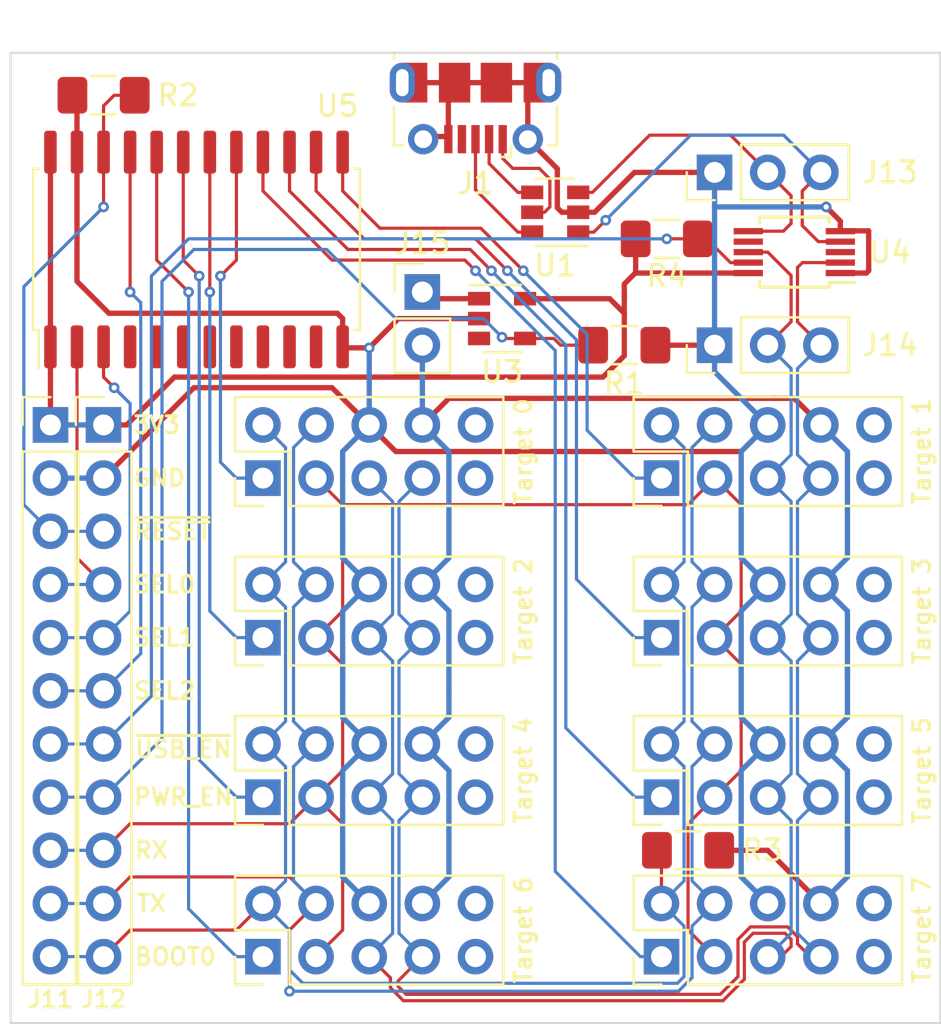
<source format=kicad_pcb>
(kicad_pcb (version 20171130) (host pcbnew 5.1.5)

  (general
    (thickness 1.6)
    (drawings 15)
    (tracks 496)
    (zones 0)
    (modules 22)
    (nets 57)
  )

  (page A4)
  (layers
    (0 F.Cu signal)
    (31 B.Cu signal)
    (32 B.Adhes user)
    (33 F.Adhes user)
    (34 B.Paste user)
    (35 F.Paste user)
    (36 B.SilkS user)
    (37 F.SilkS user)
    (38 B.Mask user)
    (39 F.Mask user)
    (40 Dwgs.User user)
    (41 Cmts.User user)
    (42 Eco1.User user)
    (43 Eco2.User user)
    (44 Edge.Cuts user)
    (45 Margin user)
    (46 B.CrtYd user)
    (47 F.CrtYd user)
    (48 B.Fab user)
    (49 F.Fab user)
  )

  (setup
    (last_trace_width 0.1524)
    (trace_clearance 0.1524)
    (zone_clearance 0.508)
    (zone_45_only no)
    (trace_min 0.1524)
    (via_size 0.508)
    (via_drill 0.254)
    (via_min_size 0.508)
    (via_min_drill 0.254)
    (uvia_size 0.508)
    (uvia_drill 0.254)
    (uvias_allowed no)
    (uvia_min_size 0.508)
    (uvia_min_drill 0.254)
    (edge_width 0.1)
    (segment_width 0.2)
    (pcb_text_width 0.3)
    (pcb_text_size 1.5 1.5)
    (mod_edge_width 0.15)
    (mod_text_size 1 1)
    (mod_text_width 0.15)
    (pad_size 1.524 1.524)
    (pad_drill 0.762)
    (pad_to_mask_clearance 0.0508)
    (solder_mask_min_width 0.1016)
    (aux_axis_origin 0 0)
    (visible_elements FFF9FF7F)
    (pcbplotparams
      (layerselection 0x010fc_ffffffff)
      (usegerberextensions false)
      (usegerberattributes false)
      (usegerberadvancedattributes false)
      (creategerberjobfile false)
      (excludeedgelayer true)
      (linewidth 0.100000)
      (plotframeref false)
      (viasonmask false)
      (mode 1)
      (useauxorigin false)
      (hpglpennumber 1)
      (hpglpenspeed 20)
      (hpglpendiameter 15.000000)
      (psnegative false)
      (psa4output false)
      (plotreference true)
      (plotvalue true)
      (plotinvisibletext false)
      (padsonsilk false)
      (subtractmaskfromsilk false)
      (outputformat 4)
      (mirror false)
      (drillshape 0)
      (scaleselection 1)
      (outputdirectory "out"))
  )

  (net 0 "")
  (net 1 GND)
  (net 2 +3V3)
  (net 3 /PWR_EN)
  (net 4 /SEL1)
  (net 5 /SEL0)
  (net 6 /T_RX)
  (net 7 /T_TX)
  (net 8 /T_NRST)
  (net 9 /T_BOOT0)
  (net 10 /T_VCC)
  (net 11 /USB_D-)
  (net 12 /USB_D+)
  (net 13 /T0_NRST)
  (net 14 /T1_NRST)
  (net 15 /T2_NRST)
  (net 16 /T3_NRST)
  (net 17 "Net-(J1-Pad4)")
  (net 18 "Net-(U4-Pad3)")
  (net 19 "Net-(U5-Pad11)")
  (net 20 "Net-(U5-Pad10)")
  (net 21 "Net-(U5-Pad9)")
  (net 22 "Net-(U5-Pad8)")
  (net 23 "Net-(U5-Pad7)")
  (net 24 "Net-(U5-Pad6)")
  (net 25 "Net-(U5-Pad5)")
  (net 26 "Net-(U5-Pad4)")
  (net 27 "Net-(J2-Pad10)")
  (net 28 "Net-(J2-Pad9)")
  (net 29 /T_USB_D+)
  (net 30 /T_USB_D-)
  (net 31 "Net-(J3-Pad10)")
  (net 32 "Net-(J3-Pad9)")
  (net 33 "Net-(J4-Pad10)")
  (net 34 "Net-(J4-Pad9)")
  (net 35 "Net-(J5-Pad10)")
  (net 36 "Net-(J5-Pad9)")
  (net 37 "Net-(J6-Pad10)")
  (net 38 "Net-(J6-Pad9)")
  (net 39 /T4_NRST)
  (net 40 "Net-(J7-Pad10)")
  (net 41 "Net-(J7-Pad9)")
  (net 42 /T5_NRST)
  (net 43 "Net-(J8-Pad10)")
  (net 44 "Net-(J8-Pad9)")
  (net 45 /T6_NRST)
  (net 46 "Net-(J9-Pad10)")
  (net 47 "Net-(J9-Pad9)")
  (net 48 /T7_NRST)
  (net 49 /~USBMUXEN)
  (net 50 /SEL2)
  (net 51 "Net-(U4-Pad7)")
  (net 52 /USBC_D+)
  (net 53 /USBC_D-)
  (net 54 /T_VCC_SRC)
  (net 55 /VBUS)
  (net 56 "Net-(U3-Pad3)")

  (net_class Default "This is the default net class."
    (clearance 0.1524)
    (trace_width 0.1524)
    (via_dia 0.508)
    (via_drill 0.254)
    (uvia_dia 0.508)
    (uvia_drill 0.254)
    (diff_pair_width 0.1524)
    (diff_pair_gap 0.1524)
    (add_net /PWR_EN)
    (add_net /SEL0)
    (add_net /SEL1)
    (add_net /SEL2)
    (add_net /T0_NRST)
    (add_net /T1_NRST)
    (add_net /T2_NRST)
    (add_net /T3_NRST)
    (add_net /T4_NRST)
    (add_net /T5_NRST)
    (add_net /T6_NRST)
    (add_net /T7_NRST)
    (add_net /T_BOOT0)
    (add_net /T_NRST)
    (add_net /T_RX)
    (add_net /T_TX)
    (add_net /T_USB_D+)
    (add_net /T_USB_D-)
    (add_net /USBC_D+)
    (add_net /USBC_D-)
    (add_net /USB_D+)
    (add_net /USB_D-)
    (add_net /VBUS)
    (add_net /~USBMUXEN)
    (add_net "Net-(J1-Pad4)")
    (add_net "Net-(J2-Pad10)")
    (add_net "Net-(J2-Pad9)")
    (add_net "Net-(J3-Pad10)")
    (add_net "Net-(J3-Pad9)")
    (add_net "Net-(J4-Pad10)")
    (add_net "Net-(J4-Pad9)")
    (add_net "Net-(J5-Pad10)")
    (add_net "Net-(J5-Pad9)")
    (add_net "Net-(J6-Pad10)")
    (add_net "Net-(J6-Pad9)")
    (add_net "Net-(J7-Pad10)")
    (add_net "Net-(J7-Pad9)")
    (add_net "Net-(J8-Pad10)")
    (add_net "Net-(J8-Pad9)")
    (add_net "Net-(J9-Pad10)")
    (add_net "Net-(J9-Pad9)")
    (add_net "Net-(U3-Pad3)")
    (add_net "Net-(U4-Pad3)")
    (add_net "Net-(U4-Pad7)")
    (add_net "Net-(U5-Pad10)")
    (add_net "Net-(U5-Pad11)")
    (add_net "Net-(U5-Pad4)")
    (add_net "Net-(U5-Pad5)")
    (add_net "Net-(U5-Pad6)")
    (add_net "Net-(U5-Pad7)")
    (add_net "Net-(U5-Pad8)")
    (add_net "Net-(U5-Pad9)")
  )

  (net_class Power ""
    (clearance 0.1524)
    (trace_width 0.254)
    (via_dia 0.508)
    (via_drill 0.254)
    (uvia_dia 0.508)
    (uvia_drill 0.254)
    (diff_pair_width 0.1524)
    (diff_pair_gap 0.1524)
    (add_net +3V3)
    (add_net /T_VCC)
    (add_net /T_VCC_SRC)
    (add_net GND)
  )

  (module unsorted:PinSocket_2x05_P2.54mm_Vertical_Reversed (layer F.Cu) (tedit 5EC1BE61) (tstamp 5EC31CD1)
    (at 120.65 78.74 90)
    (descr "Through hole straight socket strip, 2x05, 2.54mm pitch, double cols (from Kicad 4.0.7), script generated")
    (tags "Through hole socket strip THT 2x05 2.54mm double row")
    (path /5E499E97)
    (fp_text reference J3 (at 1.27 -2.77 90) (layer F.Fab)
      (effects (font (size 1 1) (thickness 0.15)))
    )
    (fp_text value "Target 1" (at 1.27 12.446 90) (layer F.SilkS)
      (effects (font (size 0.8 0.8) (thickness 0.15)))
    )
    (fp_text user %R (at 1.27 5.08) (layer F.Fab)
      (effects (font (size 1 1) (thickness 0.15)))
    )
    (fp_line (start 4.34 11.9) (end 4.34 -1.8) (layer F.CrtYd) (width 0.05))
    (fp_line (start -1.76 11.9) (end 4.34 11.9) (layer F.CrtYd) (width 0.05))
    (fp_line (start -1.76 -1.8) (end -1.76 11.9) (layer F.CrtYd) (width 0.05))
    (fp_line (start 4.34 -1.8) (end -1.76 -1.8) (layer F.CrtYd) (width 0.05))
    (fp_line (start 0 -1.33) (end -1.33 -1.33) (layer F.SilkS) (width 0.12))
    (fp_line (start -1.33 -1.33) (end -1.33 0) (layer F.SilkS) (width 0.12))
    (fp_line (start 1.27 -1.33) (end 1.27 1.27) (layer F.SilkS) (width 0.12))
    (fp_line (start 1.27 1.27) (end -1.33 1.27) (layer F.SilkS) (width 0.12))
    (fp_line (start -1.33 1.27) (end -1.33 11.49) (layer F.SilkS) (width 0.12))
    (fp_line (start 3.87 11.49) (end -1.33 11.49) (layer F.SilkS) (width 0.12))
    (fp_line (start 3.87 -1.33) (end 3.87 11.49) (layer F.SilkS) (width 0.12))
    (fp_line (start 3.87 -1.33) (end 1.27 -1.33) (layer F.SilkS) (width 0.12))
    (fp_line (start 3.81 11.43) (end 3.81 -1.27) (layer F.Fab) (width 0.1))
    (fp_line (start -1.27 11.43) (end 3.81 11.43) (layer F.Fab) (width 0.1))
    (fp_line (start -1.27 -0.27) (end -1.27 11.43) (layer F.Fab) (width 0.1))
    (fp_line (start -0.27 -1.27) (end -1.27 -0.27) (layer F.Fab) (width 0.1))
    (fp_line (start 3.81 -1.27) (end -0.27 -1.27) (layer F.Fab) (width 0.1))
    (pad 10 thru_hole oval (at 2.54 10.16 90) (size 1.7 1.7) (drill 1) (layers *.Cu *.Mask)
      (net 31 "Net-(J3-Pad10)"))
    (pad 9 thru_hole oval (at 0 10.16 90) (size 1.7 1.7) (drill 1) (layers *.Cu *.Mask)
      (net 32 "Net-(J3-Pad9)"))
    (pad 8 thru_hole oval (at 2.54 7.62 90) (size 1.7 1.7) (drill 1) (layers *.Cu *.Mask)
      (net 10 /T_VCC))
    (pad 7 thru_hole oval (at 0 7.62 90) (size 1.7 1.7) (drill 1) (layers *.Cu *.Mask)
      (net 29 /T_USB_D+))
    (pad 6 thru_hole oval (at 2.54 5.08 90) (size 1.7 1.7) (drill 1) (layers *.Cu *.Mask)
      (net 1 GND))
    (pad 5 thru_hole oval (at 0 5.08 90) (size 1.7 1.7) (drill 1) (layers *.Cu *.Mask)
      (net 30 /T_USB_D-))
    (pad 4 thru_hole oval (at 2.54 2.54 90) (size 1.7 1.7) (drill 1) (layers *.Cu *.Mask)
      (net 7 /T_TX))
    (pad 3 thru_hole oval (at 0 2.54 90) (size 1.7 1.7) (drill 1) (layers *.Cu *.Mask)
      (net 6 /T_RX))
    (pad 2 thru_hole oval (at 2.54 0 90) (size 1.7 1.7) (drill 1) (layers *.Cu *.Mask)
      (net 9 /T_BOOT0))
    (pad 1 thru_hole rect (at 0 0 90) (size 1.7 1.7) (drill 1) (layers *.Cu *.Mask)
      (net 14 /T1_NRST))
    (model ${KISYS3DMOD}/Connector_PinSocket_2.54mm.3dshapes/PinSocket_2x05_P2.54mm_Vertical.wrl
      (offset (xyz 2.54 0 0))
      (scale (xyz 1 1 1))
      (rotate (xyz 0 0 0))
    )
  )

  (module unsorted:PinSocket_2x05_P2.54mm_Vertical_Reversed (layer F.Cu) (tedit 5EC1BE61) (tstamp 5EC300C5)
    (at 120.65 101.6 90)
    (descr "Through hole straight socket strip, 2x05, 2.54mm pitch, double cols (from Kicad 4.0.7), script generated")
    (tags "Through hole socket strip THT 2x05 2.54mm double row")
    (path /5E8DEF8B)
    (fp_text reference J9 (at 1.27 -2.77 90) (layer F.Fab)
      (effects (font (size 1 1) (thickness 0.15)))
    )
    (fp_text value "Target 7" (at 1.27 12.446 90) (layer F.SilkS)
      (effects (font (size 0.8 0.8) (thickness 0.15)))
    )
    (fp_text user %R (at 1.27 5.08) (layer F.Fab)
      (effects (font (size 1 1) (thickness 0.15)))
    )
    (fp_line (start 4.34 11.9) (end 4.34 -1.8) (layer F.CrtYd) (width 0.05))
    (fp_line (start -1.76 11.9) (end 4.34 11.9) (layer F.CrtYd) (width 0.05))
    (fp_line (start -1.76 -1.8) (end -1.76 11.9) (layer F.CrtYd) (width 0.05))
    (fp_line (start 4.34 -1.8) (end -1.76 -1.8) (layer F.CrtYd) (width 0.05))
    (fp_line (start 0 -1.33) (end -1.33 -1.33) (layer F.SilkS) (width 0.12))
    (fp_line (start -1.33 -1.33) (end -1.33 0) (layer F.SilkS) (width 0.12))
    (fp_line (start 1.27 -1.33) (end 1.27 1.27) (layer F.SilkS) (width 0.12))
    (fp_line (start 1.27 1.27) (end -1.33 1.27) (layer F.SilkS) (width 0.12))
    (fp_line (start -1.33 1.27) (end -1.33 11.49) (layer F.SilkS) (width 0.12))
    (fp_line (start 3.87 11.49) (end -1.33 11.49) (layer F.SilkS) (width 0.12))
    (fp_line (start 3.87 -1.33) (end 3.87 11.49) (layer F.SilkS) (width 0.12))
    (fp_line (start 3.87 -1.33) (end 1.27 -1.33) (layer F.SilkS) (width 0.12))
    (fp_line (start 3.81 11.43) (end 3.81 -1.27) (layer F.Fab) (width 0.1))
    (fp_line (start -1.27 11.43) (end 3.81 11.43) (layer F.Fab) (width 0.1))
    (fp_line (start -1.27 -0.27) (end -1.27 11.43) (layer F.Fab) (width 0.1))
    (fp_line (start -0.27 -1.27) (end -1.27 -0.27) (layer F.Fab) (width 0.1))
    (fp_line (start 3.81 -1.27) (end -0.27 -1.27) (layer F.Fab) (width 0.1))
    (pad 10 thru_hole oval (at 2.54 10.16 90) (size 1.7 1.7) (drill 1) (layers *.Cu *.Mask)
      (net 46 "Net-(J9-Pad10)"))
    (pad 9 thru_hole oval (at 0 10.16 90) (size 1.7 1.7) (drill 1) (layers *.Cu *.Mask)
      (net 47 "Net-(J9-Pad9)"))
    (pad 8 thru_hole oval (at 2.54 7.62 90) (size 1.7 1.7) (drill 1) (layers *.Cu *.Mask)
      (net 10 /T_VCC))
    (pad 7 thru_hole oval (at 0 7.62 90) (size 1.7 1.7) (drill 1) (layers *.Cu *.Mask)
      (net 29 /T_USB_D+))
    (pad 6 thru_hole oval (at 2.54 5.08 90) (size 1.7 1.7) (drill 1) (layers *.Cu *.Mask)
      (net 1 GND))
    (pad 5 thru_hole oval (at 0 5.08 90) (size 1.7 1.7) (drill 1) (layers *.Cu *.Mask)
      (net 30 /T_USB_D-))
    (pad 4 thru_hole oval (at 2.54 2.54 90) (size 1.7 1.7) (drill 1) (layers *.Cu *.Mask)
      (net 7 /T_TX))
    (pad 3 thru_hole oval (at 0 2.54 90) (size 1.7 1.7) (drill 1) (layers *.Cu *.Mask)
      (net 6 /T_RX))
    (pad 2 thru_hole oval (at 2.54 0 90) (size 1.7 1.7) (drill 1) (layers *.Cu *.Mask)
      (net 9 /T_BOOT0))
    (pad 1 thru_hole rect (at 0 0 90) (size 1.7 1.7) (drill 1) (layers *.Cu *.Mask)
      (net 48 /T7_NRST))
    (model ${KISYS3DMOD}/Connector_PinSocket_2.54mm.3dshapes/PinSocket_2x05_P2.54mm_Vertical.wrl
      (offset (xyz 2.54 0 0))
      (scale (xyz 1 1 1))
      (rotate (xyz 0 0 0))
    )
  )

  (module unsorted:PinSocket_2x05_P2.54mm_Vertical_Reversed (layer F.Cu) (tedit 5EC1BE61) (tstamp 5EC2F02A)
    (at 120.65 93.98 90)
    (descr "Through hole straight socket strip, 2x05, 2.54mm pitch, double cols (from Kicad 4.0.7), script generated")
    (tags "Through hole socket strip THT 2x05 2.54mm double row")
    (path /5E8DEF77)
    (fp_text reference J7 (at 1.27 -2.77 90) (layer F.Fab)
      (effects (font (size 1 1) (thickness 0.15)))
    )
    (fp_text value "Target 5" (at 1.27 12.446 90) (layer F.SilkS)
      (effects (font (size 0.8 0.8) (thickness 0.15)))
    )
    (fp_text user %R (at 1.27 5.08) (layer F.Fab)
      (effects (font (size 1 1) (thickness 0.15)))
    )
    (fp_line (start 4.34 11.9) (end 4.34 -1.8) (layer F.CrtYd) (width 0.05))
    (fp_line (start -1.76 11.9) (end 4.34 11.9) (layer F.CrtYd) (width 0.05))
    (fp_line (start -1.76 -1.8) (end -1.76 11.9) (layer F.CrtYd) (width 0.05))
    (fp_line (start 4.34 -1.8) (end -1.76 -1.8) (layer F.CrtYd) (width 0.05))
    (fp_line (start 0 -1.33) (end -1.33 -1.33) (layer F.SilkS) (width 0.12))
    (fp_line (start -1.33 -1.33) (end -1.33 0) (layer F.SilkS) (width 0.12))
    (fp_line (start 1.27 -1.33) (end 1.27 1.27) (layer F.SilkS) (width 0.12))
    (fp_line (start 1.27 1.27) (end -1.33 1.27) (layer F.SilkS) (width 0.12))
    (fp_line (start -1.33 1.27) (end -1.33 11.49) (layer F.SilkS) (width 0.12))
    (fp_line (start 3.87 11.49) (end -1.33 11.49) (layer F.SilkS) (width 0.12))
    (fp_line (start 3.87 -1.33) (end 3.87 11.49) (layer F.SilkS) (width 0.12))
    (fp_line (start 3.87 -1.33) (end 1.27 -1.33) (layer F.SilkS) (width 0.12))
    (fp_line (start 3.81 11.43) (end 3.81 -1.27) (layer F.Fab) (width 0.1))
    (fp_line (start -1.27 11.43) (end 3.81 11.43) (layer F.Fab) (width 0.1))
    (fp_line (start -1.27 -0.27) (end -1.27 11.43) (layer F.Fab) (width 0.1))
    (fp_line (start -0.27 -1.27) (end -1.27 -0.27) (layer F.Fab) (width 0.1))
    (fp_line (start 3.81 -1.27) (end -0.27 -1.27) (layer F.Fab) (width 0.1))
    (pad 10 thru_hole oval (at 2.54 10.16 90) (size 1.7 1.7) (drill 1) (layers *.Cu *.Mask)
      (net 40 "Net-(J7-Pad10)"))
    (pad 9 thru_hole oval (at 0 10.16 90) (size 1.7 1.7) (drill 1) (layers *.Cu *.Mask)
      (net 41 "Net-(J7-Pad9)"))
    (pad 8 thru_hole oval (at 2.54 7.62 90) (size 1.7 1.7) (drill 1) (layers *.Cu *.Mask)
      (net 10 /T_VCC))
    (pad 7 thru_hole oval (at 0 7.62 90) (size 1.7 1.7) (drill 1) (layers *.Cu *.Mask)
      (net 29 /T_USB_D+))
    (pad 6 thru_hole oval (at 2.54 5.08 90) (size 1.7 1.7) (drill 1) (layers *.Cu *.Mask)
      (net 1 GND))
    (pad 5 thru_hole oval (at 0 5.08 90) (size 1.7 1.7) (drill 1) (layers *.Cu *.Mask)
      (net 30 /T_USB_D-))
    (pad 4 thru_hole oval (at 2.54 2.54 90) (size 1.7 1.7) (drill 1) (layers *.Cu *.Mask)
      (net 7 /T_TX))
    (pad 3 thru_hole oval (at 0 2.54 90) (size 1.7 1.7) (drill 1) (layers *.Cu *.Mask)
      (net 6 /T_RX))
    (pad 2 thru_hole oval (at 2.54 0 90) (size 1.7 1.7) (drill 1) (layers *.Cu *.Mask)
      (net 9 /T_BOOT0))
    (pad 1 thru_hole rect (at 0 0 90) (size 1.7 1.7) (drill 1) (layers *.Cu *.Mask)
      (net 42 /T5_NRST))
    (model ${KISYS3DMOD}/Connector_PinSocket_2.54mm.3dshapes/PinSocket_2x05_P2.54mm_Vertical.wrl
      (offset (xyz 2.54 0 0))
      (scale (xyz 1 1 1))
      (rotate (xyz 0 0 0))
    )
  )

  (module unsorted:PinSocket_2x05_P2.54mm_Vertical_Reversed (layer F.Cu) (tedit 5EC1BE61) (tstamp 5EC2EFCC)
    (at 120.65 86.36 90)
    (descr "Through hole straight socket strip, 2x05, 2.54mm pitch, double cols (from Kicad 4.0.7), script generated")
    (tags "Through hole socket strip THT 2x05 2.54mm double row")
    (path /5E49F210)
    (fp_text reference J5 (at 1.27 -2.77 90) (layer F.Fab)
      (effects (font (size 1 1) (thickness 0.15)))
    )
    (fp_text value "Target 3" (at 1.27 12.446 90) (layer F.SilkS)
      (effects (font (size 0.8 0.8) (thickness 0.15)))
    )
    (fp_text user %R (at 1.27 5.08) (layer F.Fab)
      (effects (font (size 1 1) (thickness 0.15)))
    )
    (fp_line (start 4.34 11.9) (end 4.34 -1.8) (layer F.CrtYd) (width 0.05))
    (fp_line (start -1.76 11.9) (end 4.34 11.9) (layer F.CrtYd) (width 0.05))
    (fp_line (start -1.76 -1.8) (end -1.76 11.9) (layer F.CrtYd) (width 0.05))
    (fp_line (start 4.34 -1.8) (end -1.76 -1.8) (layer F.CrtYd) (width 0.05))
    (fp_line (start 0 -1.33) (end -1.33 -1.33) (layer F.SilkS) (width 0.12))
    (fp_line (start -1.33 -1.33) (end -1.33 0) (layer F.SilkS) (width 0.12))
    (fp_line (start 1.27 -1.33) (end 1.27 1.27) (layer F.SilkS) (width 0.12))
    (fp_line (start 1.27 1.27) (end -1.33 1.27) (layer F.SilkS) (width 0.12))
    (fp_line (start -1.33 1.27) (end -1.33 11.49) (layer F.SilkS) (width 0.12))
    (fp_line (start 3.87 11.49) (end -1.33 11.49) (layer F.SilkS) (width 0.12))
    (fp_line (start 3.87 -1.33) (end 3.87 11.49) (layer F.SilkS) (width 0.12))
    (fp_line (start 3.87 -1.33) (end 1.27 -1.33) (layer F.SilkS) (width 0.12))
    (fp_line (start 3.81 11.43) (end 3.81 -1.27) (layer F.Fab) (width 0.1))
    (fp_line (start -1.27 11.43) (end 3.81 11.43) (layer F.Fab) (width 0.1))
    (fp_line (start -1.27 -0.27) (end -1.27 11.43) (layer F.Fab) (width 0.1))
    (fp_line (start -0.27 -1.27) (end -1.27 -0.27) (layer F.Fab) (width 0.1))
    (fp_line (start 3.81 -1.27) (end -0.27 -1.27) (layer F.Fab) (width 0.1))
    (pad 10 thru_hole oval (at 2.54 10.16 90) (size 1.7 1.7) (drill 1) (layers *.Cu *.Mask)
      (net 35 "Net-(J5-Pad10)"))
    (pad 9 thru_hole oval (at 0 10.16 90) (size 1.7 1.7) (drill 1) (layers *.Cu *.Mask)
      (net 36 "Net-(J5-Pad9)"))
    (pad 8 thru_hole oval (at 2.54 7.62 90) (size 1.7 1.7) (drill 1) (layers *.Cu *.Mask)
      (net 10 /T_VCC))
    (pad 7 thru_hole oval (at 0 7.62 90) (size 1.7 1.7) (drill 1) (layers *.Cu *.Mask)
      (net 29 /T_USB_D+))
    (pad 6 thru_hole oval (at 2.54 5.08 90) (size 1.7 1.7) (drill 1) (layers *.Cu *.Mask)
      (net 1 GND))
    (pad 5 thru_hole oval (at 0 5.08 90) (size 1.7 1.7) (drill 1) (layers *.Cu *.Mask)
      (net 30 /T_USB_D-))
    (pad 4 thru_hole oval (at 2.54 2.54 90) (size 1.7 1.7) (drill 1) (layers *.Cu *.Mask)
      (net 7 /T_TX))
    (pad 3 thru_hole oval (at 0 2.54 90) (size 1.7 1.7) (drill 1) (layers *.Cu *.Mask)
      (net 6 /T_RX))
    (pad 2 thru_hole oval (at 2.54 0 90) (size 1.7 1.7) (drill 1) (layers *.Cu *.Mask)
      (net 9 /T_BOOT0))
    (pad 1 thru_hole rect (at 0 0 90) (size 1.7 1.7) (drill 1) (layers *.Cu *.Mask)
      (net 16 /T3_NRST))
    (model ${KISYS3DMOD}/Connector_PinSocket_2.54mm.3dshapes/PinSocket_2x05_P2.54mm_Vertical.wrl
      (offset (xyz 2.54 0 0))
      (scale (xyz 1 1 1))
      (rotate (xyz 0 0 0))
    )
  )

  (module unsorted:PinSocket_2x05_P2.54mm_Vertical_Reversed (layer F.Cu) (tedit 5EC1BE61) (tstamp 5EC2E2C1)
    (at 101.6 101.6 90)
    (descr "Through hole straight socket strip, 2x05, 2.54mm pitch, double cols (from Kicad 4.0.7), script generated")
    (tags "Through hole socket strip THT 2x05 2.54mm double row")
    (path /5E8DEF81)
    (fp_text reference J8 (at 1.27 -2.77 90) (layer F.Fab)
      (effects (font (size 1 1) (thickness 0.15)))
    )
    (fp_text value "Target 6" (at 1.27 12.446 90) (layer F.SilkS)
      (effects (font (size 0.8 0.8) (thickness 0.15)))
    )
    (fp_text user %R (at 1.27 5.08) (layer F.Fab)
      (effects (font (size 1 1) (thickness 0.15)))
    )
    (fp_line (start 4.34 11.9) (end 4.34 -1.8) (layer F.CrtYd) (width 0.05))
    (fp_line (start -1.76 11.9) (end 4.34 11.9) (layer F.CrtYd) (width 0.05))
    (fp_line (start -1.76 -1.8) (end -1.76 11.9) (layer F.CrtYd) (width 0.05))
    (fp_line (start 4.34 -1.8) (end -1.76 -1.8) (layer F.CrtYd) (width 0.05))
    (fp_line (start 0 -1.33) (end -1.33 -1.33) (layer F.SilkS) (width 0.12))
    (fp_line (start -1.33 -1.33) (end -1.33 0) (layer F.SilkS) (width 0.12))
    (fp_line (start 1.27 -1.33) (end 1.27 1.27) (layer F.SilkS) (width 0.12))
    (fp_line (start 1.27 1.27) (end -1.33 1.27) (layer F.SilkS) (width 0.12))
    (fp_line (start -1.33 1.27) (end -1.33 11.49) (layer F.SilkS) (width 0.12))
    (fp_line (start 3.87 11.49) (end -1.33 11.49) (layer F.SilkS) (width 0.12))
    (fp_line (start 3.87 -1.33) (end 3.87 11.49) (layer F.SilkS) (width 0.12))
    (fp_line (start 3.87 -1.33) (end 1.27 -1.33) (layer F.SilkS) (width 0.12))
    (fp_line (start 3.81 11.43) (end 3.81 -1.27) (layer F.Fab) (width 0.1))
    (fp_line (start -1.27 11.43) (end 3.81 11.43) (layer F.Fab) (width 0.1))
    (fp_line (start -1.27 -0.27) (end -1.27 11.43) (layer F.Fab) (width 0.1))
    (fp_line (start -0.27 -1.27) (end -1.27 -0.27) (layer F.Fab) (width 0.1))
    (fp_line (start 3.81 -1.27) (end -0.27 -1.27) (layer F.Fab) (width 0.1))
    (pad 10 thru_hole oval (at 2.54 10.16 90) (size 1.7 1.7) (drill 1) (layers *.Cu *.Mask)
      (net 43 "Net-(J8-Pad10)"))
    (pad 9 thru_hole oval (at 0 10.16 90) (size 1.7 1.7) (drill 1) (layers *.Cu *.Mask)
      (net 44 "Net-(J8-Pad9)"))
    (pad 8 thru_hole oval (at 2.54 7.62 90) (size 1.7 1.7) (drill 1) (layers *.Cu *.Mask)
      (net 10 /T_VCC))
    (pad 7 thru_hole oval (at 0 7.62 90) (size 1.7 1.7) (drill 1) (layers *.Cu *.Mask)
      (net 29 /T_USB_D+))
    (pad 6 thru_hole oval (at 2.54 5.08 90) (size 1.7 1.7) (drill 1) (layers *.Cu *.Mask)
      (net 1 GND))
    (pad 5 thru_hole oval (at 0 5.08 90) (size 1.7 1.7) (drill 1) (layers *.Cu *.Mask)
      (net 30 /T_USB_D-))
    (pad 4 thru_hole oval (at 2.54 2.54 90) (size 1.7 1.7) (drill 1) (layers *.Cu *.Mask)
      (net 7 /T_TX))
    (pad 3 thru_hole oval (at 0 2.54 90) (size 1.7 1.7) (drill 1) (layers *.Cu *.Mask)
      (net 6 /T_RX))
    (pad 2 thru_hole oval (at 2.54 0 90) (size 1.7 1.7) (drill 1) (layers *.Cu *.Mask)
      (net 9 /T_BOOT0))
    (pad 1 thru_hole rect (at 0 0 90) (size 1.7 1.7) (drill 1) (layers *.Cu *.Mask)
      (net 45 /T6_NRST))
    (model ${KISYS3DMOD}/Connector_PinSocket_2.54mm.3dshapes/PinSocket_2x05_P2.54mm_Vertical.wrl
      (offset (xyz 2.54 0 0))
      (scale (xyz 1 1 1))
      (rotate (xyz 0 0 0))
    )
  )

  (module unsorted:PinSocket_2x05_P2.54mm_Vertical_Reversed (layer F.Cu) (tedit 5EC1BE61) (tstamp 5EC2D6FD)
    (at 101.6 93.98 90)
    (descr "Through hole straight socket strip, 2x05, 2.54mm pitch, double cols (from Kicad 4.0.7), script generated")
    (tags "Through hole socket strip THT 2x05 2.54mm double row")
    (path /5E8DEF66)
    (fp_text reference J6 (at 1.27 -2.77 90) (layer F.Fab)
      (effects (font (size 1 1) (thickness 0.15)))
    )
    (fp_text value "Target 4" (at 1.27 12.446 90) (layer F.SilkS)
      (effects (font (size 0.8 0.8) (thickness 0.15)))
    )
    (fp_text user %R (at 1.27 5.08) (layer F.Fab)
      (effects (font (size 1 1) (thickness 0.15)))
    )
    (fp_line (start 4.34 11.9) (end 4.34 -1.8) (layer F.CrtYd) (width 0.05))
    (fp_line (start -1.76 11.9) (end 4.34 11.9) (layer F.CrtYd) (width 0.05))
    (fp_line (start -1.76 -1.8) (end -1.76 11.9) (layer F.CrtYd) (width 0.05))
    (fp_line (start 4.34 -1.8) (end -1.76 -1.8) (layer F.CrtYd) (width 0.05))
    (fp_line (start 0 -1.33) (end -1.33 -1.33) (layer F.SilkS) (width 0.12))
    (fp_line (start -1.33 -1.33) (end -1.33 0) (layer F.SilkS) (width 0.12))
    (fp_line (start 1.27 -1.33) (end 1.27 1.27) (layer F.SilkS) (width 0.12))
    (fp_line (start 1.27 1.27) (end -1.33 1.27) (layer F.SilkS) (width 0.12))
    (fp_line (start -1.33 1.27) (end -1.33 11.49) (layer F.SilkS) (width 0.12))
    (fp_line (start 3.87 11.49) (end -1.33 11.49) (layer F.SilkS) (width 0.12))
    (fp_line (start 3.87 -1.33) (end 3.87 11.49) (layer F.SilkS) (width 0.12))
    (fp_line (start 3.87 -1.33) (end 1.27 -1.33) (layer F.SilkS) (width 0.12))
    (fp_line (start 3.81 11.43) (end 3.81 -1.27) (layer F.Fab) (width 0.1))
    (fp_line (start -1.27 11.43) (end 3.81 11.43) (layer F.Fab) (width 0.1))
    (fp_line (start -1.27 -0.27) (end -1.27 11.43) (layer F.Fab) (width 0.1))
    (fp_line (start -0.27 -1.27) (end -1.27 -0.27) (layer F.Fab) (width 0.1))
    (fp_line (start 3.81 -1.27) (end -0.27 -1.27) (layer F.Fab) (width 0.1))
    (pad 10 thru_hole oval (at 2.54 10.16 90) (size 1.7 1.7) (drill 1) (layers *.Cu *.Mask)
      (net 37 "Net-(J6-Pad10)"))
    (pad 9 thru_hole oval (at 0 10.16 90) (size 1.7 1.7) (drill 1) (layers *.Cu *.Mask)
      (net 38 "Net-(J6-Pad9)"))
    (pad 8 thru_hole oval (at 2.54 7.62 90) (size 1.7 1.7) (drill 1) (layers *.Cu *.Mask)
      (net 10 /T_VCC))
    (pad 7 thru_hole oval (at 0 7.62 90) (size 1.7 1.7) (drill 1) (layers *.Cu *.Mask)
      (net 29 /T_USB_D+))
    (pad 6 thru_hole oval (at 2.54 5.08 90) (size 1.7 1.7) (drill 1) (layers *.Cu *.Mask)
      (net 1 GND))
    (pad 5 thru_hole oval (at 0 5.08 90) (size 1.7 1.7) (drill 1) (layers *.Cu *.Mask)
      (net 30 /T_USB_D-))
    (pad 4 thru_hole oval (at 2.54 2.54 90) (size 1.7 1.7) (drill 1) (layers *.Cu *.Mask)
      (net 7 /T_TX))
    (pad 3 thru_hole oval (at 0 2.54 90) (size 1.7 1.7) (drill 1) (layers *.Cu *.Mask)
      (net 6 /T_RX))
    (pad 2 thru_hole oval (at 2.54 0 90) (size 1.7 1.7) (drill 1) (layers *.Cu *.Mask)
      (net 9 /T_BOOT0))
    (pad 1 thru_hole rect (at 0 0 90) (size 1.7 1.7) (drill 1) (layers *.Cu *.Mask)
      (net 39 /T4_NRST))
    (model ${KISYS3DMOD}/Connector_PinSocket_2.54mm.3dshapes/PinSocket_2x05_P2.54mm_Vertical.wrl
      (offset (xyz 2.54 0 0))
      (scale (xyz 1 1 1))
      (rotate (xyz 0 0 0))
    )
  )

  (module unsorted:PinSocket_2x05_P2.54mm_Vertical_Reversed (layer F.Cu) (tedit 5EC1BE61) (tstamp 5EC2CD7C)
    (at 101.6 78.74 90)
    (descr "Through hole straight socket strip, 2x05, 2.54mm pitch, double cols (from Kicad 4.0.7), script generated")
    (tags "Through hole socket strip THT 2x05 2.54mm double row")
    (path /5E458FD1)
    (fp_text reference J2 (at 1.27 -2.77 90) (layer F.Fab)
      (effects (font (size 1 1) (thickness 0.15)))
    )
    (fp_text value "Target 0" (at 1.27 12.446 90) (layer F.SilkS)
      (effects (font (size 0.8 0.8) (thickness 0.15)))
    )
    (fp_text user %R (at 1.27 5.08) (layer F.Fab)
      (effects (font (size 1 1) (thickness 0.15)))
    )
    (fp_line (start 4.34 11.9) (end 4.34 -1.8) (layer F.CrtYd) (width 0.05))
    (fp_line (start -1.76 11.9) (end 4.34 11.9) (layer F.CrtYd) (width 0.05))
    (fp_line (start -1.76 -1.8) (end -1.76 11.9) (layer F.CrtYd) (width 0.05))
    (fp_line (start 4.34 -1.8) (end -1.76 -1.8) (layer F.CrtYd) (width 0.05))
    (fp_line (start 0 -1.33) (end -1.33 -1.33) (layer F.SilkS) (width 0.12))
    (fp_line (start -1.33 -1.33) (end -1.33 0) (layer F.SilkS) (width 0.12))
    (fp_line (start 1.27 -1.33) (end 1.27 1.27) (layer F.SilkS) (width 0.12))
    (fp_line (start 1.27 1.27) (end -1.33 1.27) (layer F.SilkS) (width 0.12))
    (fp_line (start -1.33 1.27) (end -1.33 11.49) (layer F.SilkS) (width 0.12))
    (fp_line (start 3.87 11.49) (end -1.33 11.49) (layer F.SilkS) (width 0.12))
    (fp_line (start 3.87 -1.33) (end 3.87 11.49) (layer F.SilkS) (width 0.12))
    (fp_line (start 3.87 -1.33) (end 1.27 -1.33) (layer F.SilkS) (width 0.12))
    (fp_line (start 3.81 11.43) (end 3.81 -1.27) (layer F.Fab) (width 0.1))
    (fp_line (start -1.27 11.43) (end 3.81 11.43) (layer F.Fab) (width 0.1))
    (fp_line (start -1.27 -0.27) (end -1.27 11.43) (layer F.Fab) (width 0.1))
    (fp_line (start -0.27 -1.27) (end -1.27 -0.27) (layer F.Fab) (width 0.1))
    (fp_line (start 3.81 -1.27) (end -0.27 -1.27) (layer F.Fab) (width 0.1))
    (pad 10 thru_hole oval (at 2.54 10.16 90) (size 1.7 1.7) (drill 1) (layers *.Cu *.Mask)
      (net 27 "Net-(J2-Pad10)"))
    (pad 9 thru_hole oval (at 0 10.16 90) (size 1.7 1.7) (drill 1) (layers *.Cu *.Mask)
      (net 28 "Net-(J2-Pad9)"))
    (pad 8 thru_hole oval (at 2.54 7.62 90) (size 1.7 1.7) (drill 1) (layers *.Cu *.Mask)
      (net 10 /T_VCC))
    (pad 7 thru_hole oval (at 0 7.62 90) (size 1.7 1.7) (drill 1) (layers *.Cu *.Mask)
      (net 29 /T_USB_D+))
    (pad 6 thru_hole oval (at 2.54 5.08 90) (size 1.7 1.7) (drill 1) (layers *.Cu *.Mask)
      (net 1 GND))
    (pad 5 thru_hole oval (at 0 5.08 90) (size 1.7 1.7) (drill 1) (layers *.Cu *.Mask)
      (net 30 /T_USB_D-))
    (pad 4 thru_hole oval (at 2.54 2.54 90) (size 1.7 1.7) (drill 1) (layers *.Cu *.Mask)
      (net 7 /T_TX))
    (pad 3 thru_hole oval (at 0 2.54 90) (size 1.7 1.7) (drill 1) (layers *.Cu *.Mask)
      (net 6 /T_RX))
    (pad 2 thru_hole oval (at 2.54 0 90) (size 1.7 1.7) (drill 1) (layers *.Cu *.Mask)
      (net 9 /T_BOOT0))
    (pad 1 thru_hole rect (at 0 0 90) (size 1.7 1.7) (drill 1) (layers *.Cu *.Mask)
      (net 13 /T0_NRST))
    (model ${KISYS3DMOD}/Connector_PinSocket_2.54mm.3dshapes/PinSocket_2x05_P2.54mm_Vertical.wrl
      (offset (xyz 2.54 0 0))
      (scale (xyz 1 1 1))
      (rotate (xyz 0 0 0))
    )
  )

  (module unsorted:PinSocket_2x05_P2.54mm_Vertical_Reversed (layer F.Cu) (tedit 5EC1BE61) (tstamp 5EC32DCE)
    (at 101.6 86.36 90)
    (descr "Through hole straight socket strip, 2x05, 2.54mm pitch, double cols (from Kicad 4.0.7), script generated")
    (tags "Through hole socket strip THT 2x05 2.54mm double row")
    (path /5E49D2DA)
    (fp_text reference J4 (at 1.27 -2.77 90) (layer F.Fab)
      (effects (font (size 1 1) (thickness 0.15)))
    )
    (fp_text value "Target 2" (at 1.27 12.446 90) (layer F.SilkS)
      (effects (font (size 0.8 0.8) (thickness 0.15)))
    )
    (fp_text user %R (at 1.27 5.08) (layer F.Fab)
      (effects (font (size 1 1) (thickness 0.15)))
    )
    (fp_line (start 4.34 11.9) (end 4.34 -1.8) (layer F.CrtYd) (width 0.05))
    (fp_line (start -1.76 11.9) (end 4.34 11.9) (layer F.CrtYd) (width 0.05))
    (fp_line (start -1.76 -1.8) (end -1.76 11.9) (layer F.CrtYd) (width 0.05))
    (fp_line (start 4.34 -1.8) (end -1.76 -1.8) (layer F.CrtYd) (width 0.05))
    (fp_line (start 0 -1.33) (end -1.33 -1.33) (layer F.SilkS) (width 0.12))
    (fp_line (start -1.33 -1.33) (end -1.33 0) (layer F.SilkS) (width 0.12))
    (fp_line (start 1.27 -1.33) (end 1.27 1.27) (layer F.SilkS) (width 0.12))
    (fp_line (start 1.27 1.27) (end -1.33 1.27) (layer F.SilkS) (width 0.12))
    (fp_line (start -1.33 1.27) (end -1.33 11.49) (layer F.SilkS) (width 0.12))
    (fp_line (start 3.87 11.49) (end -1.33 11.49) (layer F.SilkS) (width 0.12))
    (fp_line (start 3.87 -1.33) (end 3.87 11.49) (layer F.SilkS) (width 0.12))
    (fp_line (start 3.87 -1.33) (end 1.27 -1.33) (layer F.SilkS) (width 0.12))
    (fp_line (start 3.81 11.43) (end 3.81 -1.27) (layer F.Fab) (width 0.1))
    (fp_line (start -1.27 11.43) (end 3.81 11.43) (layer F.Fab) (width 0.1))
    (fp_line (start -1.27 -0.27) (end -1.27 11.43) (layer F.Fab) (width 0.1))
    (fp_line (start -0.27 -1.27) (end -1.27 -0.27) (layer F.Fab) (width 0.1))
    (fp_line (start 3.81 -1.27) (end -0.27 -1.27) (layer F.Fab) (width 0.1))
    (pad 10 thru_hole oval (at 2.54 10.16 90) (size 1.7 1.7) (drill 1) (layers *.Cu *.Mask)
      (net 33 "Net-(J4-Pad10)"))
    (pad 9 thru_hole oval (at 0 10.16 90) (size 1.7 1.7) (drill 1) (layers *.Cu *.Mask)
      (net 34 "Net-(J4-Pad9)"))
    (pad 8 thru_hole oval (at 2.54 7.62 90) (size 1.7 1.7) (drill 1) (layers *.Cu *.Mask)
      (net 10 /T_VCC))
    (pad 7 thru_hole oval (at 0 7.62 90) (size 1.7 1.7) (drill 1) (layers *.Cu *.Mask)
      (net 29 /T_USB_D+))
    (pad 6 thru_hole oval (at 2.54 5.08 90) (size 1.7 1.7) (drill 1) (layers *.Cu *.Mask)
      (net 1 GND))
    (pad 5 thru_hole oval (at 0 5.08 90) (size 1.7 1.7) (drill 1) (layers *.Cu *.Mask)
      (net 30 /T_USB_D-))
    (pad 4 thru_hole oval (at 2.54 2.54 90) (size 1.7 1.7) (drill 1) (layers *.Cu *.Mask)
      (net 7 /T_TX))
    (pad 3 thru_hole oval (at 0 2.54 90) (size 1.7 1.7) (drill 1) (layers *.Cu *.Mask)
      (net 6 /T_RX))
    (pad 2 thru_hole oval (at 2.54 0 90) (size 1.7 1.7) (drill 1) (layers *.Cu *.Mask)
      (net 9 /T_BOOT0))
    (pad 1 thru_hole rect (at 0 0 90) (size 1.7 1.7) (drill 1) (layers *.Cu *.Mask)
      (net 15 /T2_NRST))
    (model ${KISYS3DMOD}/Connector_PinSocket_2.54mm.3dshapes/PinSocket_2x05_P2.54mm_Vertical.wrl
      (offset (xyz 2.54 0 0))
      (scale (xyz 1 1 1))
      (rotate (xyz 0 0 0))
    )
  )

  (module Package_SO:SOIC-24W_7.5x15.4mm_P1.27mm (layer F.Cu) (tedit 5D9F72B1) (tstamp 5EA85931)
    (at 98.425 67.818 90)
    (descr "SOIC, 24 Pin (JEDEC MS-013AD, https://www.analog.com/media/en/package-pcb-resources/package/pkg_pdf/soic_wide-rw/RW_24.pdf), generated with kicad-footprint-generator ipc_gullwing_generator.py")
    (tags "SOIC SO")
    (path /5E63B701)
    (attr smd)
    (fp_text reference U5 (at 6.858 6.731) (layer F.SilkS)
      (effects (font (size 1 1) (thickness 0.15)))
    )
    (fp_text value 74HC4514D (at 0 8.65 270) (layer F.Fab)
      (effects (font (size 1 1) (thickness 0.15)))
    )
    (fp_text user %R (at 0 0 270) (layer F.Fab)
      (effects (font (size 1 1) (thickness 0.15)))
    )
    (fp_line (start 5.93 -7.95) (end -5.93 -7.95) (layer F.CrtYd) (width 0.05))
    (fp_line (start 5.93 7.95) (end 5.93 -7.95) (layer F.CrtYd) (width 0.05))
    (fp_line (start -5.93 7.95) (end 5.93 7.95) (layer F.CrtYd) (width 0.05))
    (fp_line (start -5.93 -7.95) (end -5.93 7.95) (layer F.CrtYd) (width 0.05))
    (fp_line (start -3.75 -6.7) (end -2.75 -7.7) (layer F.Fab) (width 0.1))
    (fp_line (start -3.75 7.7) (end -3.75 -6.7) (layer F.Fab) (width 0.1))
    (fp_line (start 3.75 7.7) (end -3.75 7.7) (layer F.Fab) (width 0.1))
    (fp_line (start 3.75 -7.7) (end 3.75 7.7) (layer F.Fab) (width 0.1))
    (fp_line (start -2.75 -7.7) (end 3.75 -7.7) (layer F.Fab) (width 0.1))
    (fp_line (start -3.86 -7.545) (end -5.675 -7.545) (layer F.SilkS) (width 0.12))
    (fp_line (start -3.86 -7.81) (end -3.86 -7.545) (layer F.SilkS) (width 0.12))
    (fp_line (start 0 -7.81) (end -3.86 -7.81) (layer F.SilkS) (width 0.12))
    (fp_line (start 3.86 -7.81) (end 3.86 -7.545) (layer F.SilkS) (width 0.12))
    (fp_line (start 0 -7.81) (end 3.86 -7.81) (layer F.SilkS) (width 0.12))
    (fp_line (start -3.86 7.81) (end -3.86 7.545) (layer F.SilkS) (width 0.12))
    (fp_line (start 0 7.81) (end -3.86 7.81) (layer F.SilkS) (width 0.12))
    (fp_line (start 3.86 7.81) (end 3.86 7.545) (layer F.SilkS) (width 0.12))
    (fp_line (start 0 7.81) (end 3.86 7.81) (layer F.SilkS) (width 0.12))
    (pad 24 smd roundrect (at 4.65 -6.985 90) (size 2.05 0.6) (layers F.Cu F.Paste F.Mask) (roundrect_rratio 0.25)
      (net 2 +3V3))
    (pad 23 smd roundrect (at 4.65 -5.715 90) (size 2.05 0.6) (layers F.Cu F.Paste F.Mask) (roundrect_rratio 0.25)
      (net 1 GND))
    (pad 22 smd roundrect (at 4.65 -4.445 90) (size 2.05 0.6) (layers F.Cu F.Paste F.Mask) (roundrect_rratio 0.25)
      (net 8 /T_NRST))
    (pad 21 smd roundrect (at 4.65 -3.175 90) (size 2.05 0.6) (layers F.Cu F.Paste F.Mask) (roundrect_rratio 0.25)
      (net 50 /SEL2))
    (pad 20 smd roundrect (at 4.65 -1.905 90) (size 2.05 0.6) (layers F.Cu F.Paste F.Mask) (roundrect_rratio 0.25)
      (net 45 /T6_NRST))
    (pad 19 smd roundrect (at 4.65 -0.635 90) (size 2.05 0.6) (layers F.Cu F.Paste F.Mask) (roundrect_rratio 0.25)
      (net 39 /T4_NRST))
    (pad 18 smd roundrect (at 4.65 0.635 90) (size 2.05 0.6) (layers F.Cu F.Paste F.Mask) (roundrect_rratio 0.25)
      (net 15 /T2_NRST))
    (pad 17 smd roundrect (at 4.65 1.905 90) (size 2.05 0.6) (layers F.Cu F.Paste F.Mask) (roundrect_rratio 0.25)
      (net 13 /T0_NRST))
    (pad 16 smd roundrect (at 4.65 3.175 90) (size 2.05 0.6) (layers F.Cu F.Paste F.Mask) (roundrect_rratio 0.25)
      (net 48 /T7_NRST))
    (pad 15 smd roundrect (at 4.65 4.445 90) (size 2.05 0.6) (layers F.Cu F.Paste F.Mask) (roundrect_rratio 0.25)
      (net 42 /T5_NRST))
    (pad 14 smd roundrect (at 4.65 5.715 90) (size 2.05 0.6) (layers F.Cu F.Paste F.Mask) (roundrect_rratio 0.25)
      (net 16 /T3_NRST))
    (pad 13 smd roundrect (at 4.65 6.985 90) (size 2.05 0.6) (layers F.Cu F.Paste F.Mask) (roundrect_rratio 0.25)
      (net 14 /T1_NRST))
    (pad 12 smd roundrect (at -4.65 6.985 90) (size 2.05 0.6) (layers F.Cu F.Paste F.Mask) (roundrect_rratio 0.25)
      (net 1 GND))
    (pad 11 smd roundrect (at -4.65 5.715 90) (size 2.05 0.6) (layers F.Cu F.Paste F.Mask) (roundrect_rratio 0.25)
      (net 19 "Net-(U5-Pad11)"))
    (pad 10 smd roundrect (at -4.65 4.445 90) (size 2.05 0.6) (layers F.Cu F.Paste F.Mask) (roundrect_rratio 0.25)
      (net 20 "Net-(U5-Pad10)"))
    (pad 9 smd roundrect (at -4.65 3.175 90) (size 2.05 0.6) (layers F.Cu F.Paste F.Mask) (roundrect_rratio 0.25)
      (net 21 "Net-(U5-Pad9)"))
    (pad 8 smd roundrect (at -4.65 1.905 90) (size 2.05 0.6) (layers F.Cu F.Paste F.Mask) (roundrect_rratio 0.25)
      (net 22 "Net-(U5-Pad8)"))
    (pad 7 smd roundrect (at -4.65 0.635 90) (size 2.05 0.6) (layers F.Cu F.Paste F.Mask) (roundrect_rratio 0.25)
      (net 23 "Net-(U5-Pad7)"))
    (pad 6 smd roundrect (at -4.65 -0.635 90) (size 2.05 0.6) (layers F.Cu F.Paste F.Mask) (roundrect_rratio 0.25)
      (net 24 "Net-(U5-Pad6)"))
    (pad 5 smd roundrect (at -4.65 -1.905 90) (size 2.05 0.6) (layers F.Cu F.Paste F.Mask) (roundrect_rratio 0.25)
      (net 25 "Net-(U5-Pad5)"))
    (pad 4 smd roundrect (at -4.65 -3.175 90) (size 2.05 0.6) (layers F.Cu F.Paste F.Mask) (roundrect_rratio 0.25)
      (net 26 "Net-(U5-Pad4)"))
    (pad 3 smd roundrect (at -4.65 -4.445 90) (size 2.05 0.6) (layers F.Cu F.Paste F.Mask) (roundrect_rratio 0.25)
      (net 4 /SEL1))
    (pad 2 smd roundrect (at -4.65 -5.715 90) (size 2.05 0.6) (layers F.Cu F.Paste F.Mask) (roundrect_rratio 0.25)
      (net 5 /SEL0))
    (pad 1 smd roundrect (at -4.65 -6.985 90) (size 2.05 0.6) (layers F.Cu F.Paste F.Mask) (roundrect_rratio 0.25)
      (net 2 +3V3))
    (model ${KISYS3DMOD}/Package_SO.3dshapes/SOIC-24W_7.5x15.4mm_P1.27mm.wrl
      (at (xyz 0 0 0))
      (scale (xyz 1 1 1))
      (rotate (xyz 0 0 0))
    )
  )

  (module Connector_PinHeader_2.54mm:PinHeader_1x02_P2.54mm_Vertical (layer F.Cu) (tedit 59FED5CC) (tstamp 5EA8BDBC)
    (at 109.22 69.85)
    (descr "Through hole straight pin header, 1x02, 2.54mm pitch, single row")
    (tags "Through hole pin header THT 1x02 2.54mm single row")
    (path /5EA8D306)
    (fp_text reference J15 (at 0 -2.33) (layer F.SilkS)
      (effects (font (size 1 1) (thickness 0.15)))
    )
    (fp_text value Idd (at 0 4.87) (layer F.Fab)
      (effects (font (size 1 1) (thickness 0.15)))
    )
    (fp_text user %R (at 0 1.27 90) (layer F.Fab)
      (effects (font (size 1 1) (thickness 0.15)))
    )
    (fp_line (start 1.8 -1.8) (end -1.8 -1.8) (layer F.CrtYd) (width 0.05))
    (fp_line (start 1.8 4.35) (end 1.8 -1.8) (layer F.CrtYd) (width 0.05))
    (fp_line (start -1.8 4.35) (end 1.8 4.35) (layer F.CrtYd) (width 0.05))
    (fp_line (start -1.8 -1.8) (end -1.8 4.35) (layer F.CrtYd) (width 0.05))
    (fp_line (start -1.33 -1.33) (end 0 -1.33) (layer F.SilkS) (width 0.12))
    (fp_line (start -1.33 0) (end -1.33 -1.33) (layer F.SilkS) (width 0.12))
    (fp_line (start -1.33 1.27) (end 1.33 1.27) (layer F.SilkS) (width 0.12))
    (fp_line (start 1.33 1.27) (end 1.33 3.87) (layer F.SilkS) (width 0.12))
    (fp_line (start -1.33 1.27) (end -1.33 3.87) (layer F.SilkS) (width 0.12))
    (fp_line (start -1.33 3.87) (end 1.33 3.87) (layer F.SilkS) (width 0.12))
    (fp_line (start -1.27 -0.635) (end -0.635 -1.27) (layer F.Fab) (width 0.1))
    (fp_line (start -1.27 3.81) (end -1.27 -0.635) (layer F.Fab) (width 0.1))
    (fp_line (start 1.27 3.81) (end -1.27 3.81) (layer F.Fab) (width 0.1))
    (fp_line (start 1.27 -1.27) (end 1.27 3.81) (layer F.Fab) (width 0.1))
    (fp_line (start -0.635 -1.27) (end 1.27 -1.27) (layer F.Fab) (width 0.1))
    (pad 2 thru_hole oval (at 0 2.54) (size 1.7 1.7) (drill 1) (layers *.Cu *.Mask)
      (net 10 /T_VCC))
    (pad 1 thru_hole rect (at 0 0) (size 1.7 1.7) (drill 1) (layers *.Cu *.Mask)
      (net 54 /T_VCC_SRC))
    (model ${KISYS3DMOD}/Connector_PinHeader_2.54mm.3dshapes/PinHeader_1x02_P2.54mm_Vertical.wrl
      (at (xyz 0 0 0))
      (scale (xyz 1 1 1))
      (rotate (xyz 0 0 0))
    )
  )

  (module Package_SO:MSOP-10_3x3mm_P0.5mm (layer F.Cu) (tedit 5A02F25C) (tstamp 5E8AE0E3)
    (at 127 67.945 180)
    (descr "10-Lead Plastic Micro Small Outline Package (MS) [MSOP] (see Microchip Packaging Specification 00000049BS.pdf)")
    (tags "SSOP 0.5")
    (path /5E3CC2D2)
    (attr smd)
    (fp_text reference U4 (at -4.572 0) (layer F.SilkS)
      (effects (font (size 1 1) (thickness 0.15)))
    )
    (fp_text value FSUSB30MUX (at 0 2.6) (layer F.Fab)
      (effects (font (size 1 1) (thickness 0.15)))
    )
    (fp_text user %R (at 0 0) (layer F.Fab)
      (effects (font (size 0.6 0.6) (thickness 0.15)))
    )
    (fp_line (start -1.675 -1.45) (end -2.9 -1.45) (layer F.SilkS) (width 0.15))
    (fp_line (start -1.675 1.675) (end 1.675 1.675) (layer F.SilkS) (width 0.15))
    (fp_line (start -1.675 -1.675) (end 1.675 -1.675) (layer F.SilkS) (width 0.15))
    (fp_line (start -1.675 1.675) (end -1.675 1.375) (layer F.SilkS) (width 0.15))
    (fp_line (start 1.675 1.675) (end 1.675 1.375) (layer F.SilkS) (width 0.15))
    (fp_line (start 1.675 -1.675) (end 1.675 -1.375) (layer F.SilkS) (width 0.15))
    (fp_line (start -1.675 -1.675) (end -1.675 -1.45) (layer F.SilkS) (width 0.15))
    (fp_line (start -3.15 1.85) (end 3.15 1.85) (layer F.CrtYd) (width 0.05))
    (fp_line (start -3.15 -1.85) (end 3.15 -1.85) (layer F.CrtYd) (width 0.05))
    (fp_line (start 3.15 -1.85) (end 3.15 1.85) (layer F.CrtYd) (width 0.05))
    (fp_line (start -3.15 -1.85) (end -3.15 1.85) (layer F.CrtYd) (width 0.05))
    (fp_line (start -1.5 -0.5) (end -0.5 -1.5) (layer F.Fab) (width 0.15))
    (fp_line (start -1.5 1.5) (end -1.5 -0.5) (layer F.Fab) (width 0.15))
    (fp_line (start 1.5 1.5) (end -1.5 1.5) (layer F.Fab) (width 0.15))
    (fp_line (start 1.5 -1.5) (end 1.5 1.5) (layer F.Fab) (width 0.15))
    (fp_line (start -0.5 -1.5) (end 1.5 -1.5) (layer F.Fab) (width 0.15))
    (pad 10 smd rect (at 2.2 -1 180) (size 1.4 0.3) (layers F.Cu F.Paste F.Mask)
      (net 2 +3V3))
    (pad 9 smd rect (at 2.2 -0.5 180) (size 1.4 0.3) (layers F.Cu F.Paste F.Mask)
      (net 49 /~USBMUXEN))
    (pad 8 smd rect (at 2.2 0 180) (size 1.4 0.3) (layers F.Cu F.Paste F.Mask)
      (net 30 /T_USB_D-))
    (pad 7 smd rect (at 2.2 0.5 180) (size 1.4 0.3) (layers F.Cu F.Paste F.Mask)
      (net 51 "Net-(U4-Pad7)"))
    (pad 6 smd rect (at 2.2 1 180) (size 1.4 0.3) (layers F.Cu F.Paste F.Mask)
      (net 11 /USB_D-))
    (pad 5 smd rect (at -2.2 1 180) (size 1.4 0.3) (layers F.Cu F.Paste F.Mask)
      (net 1 GND))
    (pad 4 smd rect (at -2.2 0.5 180) (size 1.4 0.3) (layers F.Cu F.Paste F.Mask)
      (net 12 /USB_D+))
    (pad 3 smd rect (at -2.2 0 180) (size 1.4 0.3) (layers F.Cu F.Paste F.Mask)
      (net 18 "Net-(U4-Pad3)"))
    (pad 2 smd rect (at -2.2 -0.5 180) (size 1.4 0.3) (layers F.Cu F.Paste F.Mask)
      (net 29 /T_USB_D+))
    (pad 1 smd rect (at -2.2 -1 180) (size 1.4 0.3) (layers F.Cu F.Paste F.Mask)
      (net 1 GND))
    (model ${KISYS3DMOD}/Package_SO.3dshapes/MSOP-10_3x3mm_P0.5mm.wrl
      (at (xyz 0 0 0))
      (scale (xyz 1 1 1))
      (rotate (xyz 0 0 0))
    )
  )

  (module Package_TO_SOT_SMD:SOT-23-5 (layer F.Cu) (tedit 5A02FF57) (tstamp 5EC19D48)
    (at 113.03 71.12)
    (descr "5-pin SOT23 package")
    (tags SOT-23-5)
    (path /5E3CBD43)
    (attr smd)
    (fp_text reference U3 (at 0 2.54) (layer F.SilkS)
      (effects (font (size 1 1) (thickness 0.15)))
    )
    (fp_text value STMPS2151STR (at 0 2.9) (layer F.Fab)
      (effects (font (size 1 1) (thickness 0.15)))
    )
    (fp_line (start 0.9 -1.55) (end 0.9 1.55) (layer F.Fab) (width 0.1))
    (fp_line (start 0.9 1.55) (end -0.9 1.55) (layer F.Fab) (width 0.1))
    (fp_line (start -0.9 -0.9) (end -0.9 1.55) (layer F.Fab) (width 0.1))
    (fp_line (start 0.9 -1.55) (end -0.25 -1.55) (layer F.Fab) (width 0.1))
    (fp_line (start -0.9 -0.9) (end -0.25 -1.55) (layer F.Fab) (width 0.1))
    (fp_line (start -1.9 1.8) (end -1.9 -1.8) (layer F.CrtYd) (width 0.05))
    (fp_line (start 1.9 1.8) (end -1.9 1.8) (layer F.CrtYd) (width 0.05))
    (fp_line (start 1.9 -1.8) (end 1.9 1.8) (layer F.CrtYd) (width 0.05))
    (fp_line (start -1.9 -1.8) (end 1.9 -1.8) (layer F.CrtYd) (width 0.05))
    (fp_line (start 0.9 -1.61) (end -1.55 -1.61) (layer F.SilkS) (width 0.12))
    (fp_line (start -0.9 1.61) (end 0.9 1.61) (layer F.SilkS) (width 0.12))
    (fp_text user %R (at 0 0 -270) (layer F.Fab)
      (effects (font (size 0.5 0.5) (thickness 0.075)))
    )
    (pad 5 smd rect (at 1.1 -0.95) (size 1.06 0.65) (layers F.Cu F.Paste F.Mask)
      (net 2 +3V3))
    (pad 4 smd rect (at 1.1 0.95) (size 1.06 0.65) (layers F.Cu F.Paste F.Mask)
      (net 3 /PWR_EN))
    (pad 3 smd rect (at -1.1 0.95) (size 1.06 0.65) (layers F.Cu F.Paste F.Mask)
      (net 56 "Net-(U3-Pad3)"))
    (pad 2 smd rect (at -1.1 0) (size 1.06 0.65) (layers F.Cu F.Paste F.Mask)
      (net 1 GND))
    (pad 1 smd rect (at -1.1 -0.95) (size 1.06 0.65) (layers F.Cu F.Paste F.Mask)
      (net 54 /T_VCC_SRC))
    (model ${KISYS3DMOD}/Package_TO_SOT_SMD.3dshapes/SOT-23-5.wrl
      (at (xyz 0 0 0))
      (scale (xyz 1 1 1))
      (rotate (xyz 0 0 0))
    )
  )

  (module Package_TO_SOT_SMD:SOT-23-6 (layer F.Cu) (tedit 5A02FF57) (tstamp 5EC1C039)
    (at 115.57 66.04 180)
    (descr "6-pin SOT-23 package")
    (tags SOT-23-6)
    (path /5E3FD4F5)
    (attr smd)
    (fp_text reference U1 (at 0 -2.54) (layer F.SilkS)
      (effects (font (size 1 1) (thickness 0.15)))
    )
    (fp_text value USBLC6-2SC6 (at 0 2.9) (layer F.Fab)
      (effects (font (size 1 1) (thickness 0.15)))
    )
    (fp_line (start 0.9 -1.55) (end 0.9 1.55) (layer F.Fab) (width 0.1))
    (fp_line (start 0.9 1.55) (end -0.9 1.55) (layer F.Fab) (width 0.1))
    (fp_line (start -0.9 -0.9) (end -0.9 1.55) (layer F.Fab) (width 0.1))
    (fp_line (start 0.9 -1.55) (end -0.25 -1.55) (layer F.Fab) (width 0.1))
    (fp_line (start -0.9 -0.9) (end -0.25 -1.55) (layer F.Fab) (width 0.1))
    (fp_line (start -1.9 -1.8) (end -1.9 1.8) (layer F.CrtYd) (width 0.05))
    (fp_line (start -1.9 1.8) (end 1.9 1.8) (layer F.CrtYd) (width 0.05))
    (fp_line (start 1.9 1.8) (end 1.9 -1.8) (layer F.CrtYd) (width 0.05))
    (fp_line (start 1.9 -1.8) (end -1.9 -1.8) (layer F.CrtYd) (width 0.05))
    (fp_line (start 0.9 -1.61) (end -1.55 -1.61) (layer F.SilkS) (width 0.12))
    (fp_line (start -0.9 1.61) (end 0.9 1.61) (layer F.SilkS) (width 0.12))
    (fp_text user %R (at 0 0 90) (layer F.Fab)
      (effects (font (size 0.5 0.5) (thickness 0.075)))
    )
    (pad 5 smd rect (at 1.1 0 180) (size 1.06 0.65) (layers F.Cu F.Paste F.Mask)
      (net 55 /VBUS))
    (pad 6 smd rect (at 1.1 -0.95 180) (size 1.06 0.65) (layers F.Cu F.Paste F.Mask)
      (net 52 /USBC_D+))
    (pad 4 smd rect (at 1.1 0.95 180) (size 1.06 0.65) (layers F.Cu F.Paste F.Mask)
      (net 53 /USBC_D-))
    (pad 3 smd rect (at -1.1 0.95 180) (size 1.06 0.65) (layers F.Cu F.Paste F.Mask)
      (net 11 /USB_D-))
    (pad 2 smd rect (at -1.1 0 180) (size 1.06 0.65) (layers F.Cu F.Paste F.Mask)
      (net 1 GND))
    (pad 1 smd rect (at -1.1 -0.95 180) (size 1.06 0.65) (layers F.Cu F.Paste F.Mask)
      (net 12 /USB_D+))
    (model ${KISYS3DMOD}/Package_TO_SOT_SMD.3dshapes/SOT-23-6.wrl
      (at (xyz 0 0 0))
      (scale (xyz 1 1 1))
      (rotate (xyz 0 0 0))
    )
  )

  (module Resistor_SMD:R_1206_3216Metric_Pad1.42x1.75mm_HandSolder (layer F.Cu) (tedit 5B301BBD) (tstamp 5EA9658E)
    (at 120.904 67.31)
    (descr "Resistor SMD 1206 (3216 Metric), square (rectangular) end terminal, IPC_7351 nominal with elongated pad for handsoldering. (Body size source: http://www.tortai-tech.com/upload/download/2011102023233369053.pdf), generated with kicad-footprint-generator")
    (tags "resistor handsolder")
    (path /5E54F0E0)
    (attr smd)
    (fp_text reference R4 (at 0 1.778) (layer F.SilkS)
      (effects (font (size 1 1) (thickness 0.15)))
    )
    (fp_text value 10k (at 0 1.82) (layer F.Fab)
      (effects (font (size 1 1) (thickness 0.15)))
    )
    (fp_text user %R (at 0 0) (layer F.Fab)
      (effects (font (size 0.8 0.8) (thickness 0.12)))
    )
    (fp_line (start 2.45 1.12) (end -2.45 1.12) (layer F.CrtYd) (width 0.05))
    (fp_line (start 2.45 -1.12) (end 2.45 1.12) (layer F.CrtYd) (width 0.05))
    (fp_line (start -2.45 -1.12) (end 2.45 -1.12) (layer F.CrtYd) (width 0.05))
    (fp_line (start -2.45 1.12) (end -2.45 -1.12) (layer F.CrtYd) (width 0.05))
    (fp_line (start -0.602064 0.91) (end 0.602064 0.91) (layer F.SilkS) (width 0.12))
    (fp_line (start -0.602064 -0.91) (end 0.602064 -0.91) (layer F.SilkS) (width 0.12))
    (fp_line (start 1.6 0.8) (end -1.6 0.8) (layer F.Fab) (width 0.1))
    (fp_line (start 1.6 -0.8) (end 1.6 0.8) (layer F.Fab) (width 0.1))
    (fp_line (start -1.6 -0.8) (end 1.6 -0.8) (layer F.Fab) (width 0.1))
    (fp_line (start -1.6 0.8) (end -1.6 -0.8) (layer F.Fab) (width 0.1))
    (pad 2 smd roundrect (at 1.4875 0) (size 1.425 1.75) (layers F.Cu F.Paste F.Mask) (roundrect_rratio 0.175439)
      (net 49 /~USBMUXEN))
    (pad 1 smd roundrect (at -1.4875 0) (size 1.425 1.75) (layers F.Cu F.Paste F.Mask) (roundrect_rratio 0.175439)
      (net 2 +3V3))
    (model ${KISYS3DMOD}/Resistor_SMD.3dshapes/R_1206_3216Metric.wrl
      (at (xyz 0 0 0))
      (scale (xyz 1 1 1))
      (rotate (xyz 0 0 0))
    )
  )

  (module Resistor_SMD:R_1206_3216Metric_Pad1.42x1.75mm_HandSolder (layer F.Cu) (tedit 5B301BBD) (tstamp 5E8A9AF9)
    (at 121.92 96.52)
    (descr "Resistor SMD 1206 (3216 Metric), square (rectangular) end terminal, IPC_7351 nominal with elongated pad for handsoldering. (Body size source: http://www.tortai-tech.com/upload/download/2011102023233369053.pdf), generated with kicad-footprint-generator")
    (tags "resistor handsolder")
    (path /5E541CCC)
    (attr smd)
    (fp_text reference R3 (at 3.556 0) (layer F.SilkS)
      (effects (font (size 1 1) (thickness 0.15)))
    )
    (fp_text value 10k (at 0 1.82) (layer F.Fab)
      (effects (font (size 1 1) (thickness 0.15)))
    )
    (fp_text user %R (at 0 0) (layer F.Fab)
      (effects (font (size 0.8 0.8) (thickness 0.12)))
    )
    (fp_line (start 2.45 1.12) (end -2.45 1.12) (layer F.CrtYd) (width 0.05))
    (fp_line (start 2.45 -1.12) (end 2.45 1.12) (layer F.CrtYd) (width 0.05))
    (fp_line (start -2.45 -1.12) (end 2.45 -1.12) (layer F.CrtYd) (width 0.05))
    (fp_line (start -2.45 1.12) (end -2.45 -1.12) (layer F.CrtYd) (width 0.05))
    (fp_line (start -0.602064 0.91) (end 0.602064 0.91) (layer F.SilkS) (width 0.12))
    (fp_line (start -0.602064 -0.91) (end 0.602064 -0.91) (layer F.SilkS) (width 0.12))
    (fp_line (start 1.6 0.8) (end -1.6 0.8) (layer F.Fab) (width 0.1))
    (fp_line (start 1.6 -0.8) (end 1.6 0.8) (layer F.Fab) (width 0.1))
    (fp_line (start -1.6 -0.8) (end 1.6 -0.8) (layer F.Fab) (width 0.1))
    (fp_line (start -1.6 0.8) (end -1.6 -0.8) (layer F.Fab) (width 0.1))
    (pad 2 smd roundrect (at 1.4875 0) (size 1.425 1.75) (layers F.Cu F.Paste F.Mask) (roundrect_rratio 0.175439)
      (net 10 /T_VCC))
    (pad 1 smd roundrect (at -1.4875 0) (size 1.425 1.75) (layers F.Cu F.Paste F.Mask) (roundrect_rratio 0.175439)
      (net 9 /T_BOOT0))
    (model ${KISYS3DMOD}/Resistor_SMD.3dshapes/R_1206_3216Metric.wrl
      (at (xyz 0 0 0))
      (scale (xyz 1 1 1))
      (rotate (xyz 0 0 0))
    )
  )

  (module Resistor_SMD:R_1206_3216Metric_Pad1.42x1.75mm_HandSolder (layer F.Cu) (tedit 5B301BBD) (tstamp 5E8A9AE8)
    (at 93.98 60.452 180)
    (descr "Resistor SMD 1206 (3216 Metric), square (rectangular) end terminal, IPC_7351 nominal with elongated pad for handsoldering. (Body size source: http://www.tortai-tech.com/upload/download/2011102023233369053.pdf), generated with kicad-footprint-generator")
    (tags "resistor handsolder")
    (path /5E54002C)
    (attr smd)
    (fp_text reference R2 (at -3.556 0) (layer F.SilkS)
      (effects (font (size 1 1) (thickness 0.15)))
    )
    (fp_text value 10k (at 0 1.82) (layer F.Fab)
      (effects (font (size 1 1) (thickness 0.15)))
    )
    (fp_text user %R (at 0 0) (layer F.Fab)
      (effects (font (size 0.8 0.8) (thickness 0.12)))
    )
    (fp_line (start 2.45 1.12) (end -2.45 1.12) (layer F.CrtYd) (width 0.05))
    (fp_line (start 2.45 -1.12) (end 2.45 1.12) (layer F.CrtYd) (width 0.05))
    (fp_line (start -2.45 -1.12) (end 2.45 -1.12) (layer F.CrtYd) (width 0.05))
    (fp_line (start -2.45 1.12) (end -2.45 -1.12) (layer F.CrtYd) (width 0.05))
    (fp_line (start -0.602064 0.91) (end 0.602064 0.91) (layer F.SilkS) (width 0.12))
    (fp_line (start -0.602064 -0.91) (end 0.602064 -0.91) (layer F.SilkS) (width 0.12))
    (fp_line (start 1.6 0.8) (end -1.6 0.8) (layer F.Fab) (width 0.1))
    (fp_line (start 1.6 -0.8) (end 1.6 0.8) (layer F.Fab) (width 0.1))
    (fp_line (start -1.6 -0.8) (end 1.6 -0.8) (layer F.Fab) (width 0.1))
    (fp_line (start -1.6 0.8) (end -1.6 -0.8) (layer F.Fab) (width 0.1))
    (pad 2 smd roundrect (at 1.4875 0 180) (size 1.425 1.75) (layers F.Cu F.Paste F.Mask) (roundrect_rratio 0.175439)
      (net 1 GND))
    (pad 1 smd roundrect (at -1.4875 0 180) (size 1.425 1.75) (layers F.Cu F.Paste F.Mask) (roundrect_rratio 0.175439)
      (net 8 /T_NRST))
    (model ${KISYS3DMOD}/Resistor_SMD.3dshapes/R_1206_3216Metric.wrl
      (at (xyz 0 0 0))
      (scale (xyz 1 1 1))
      (rotate (xyz 0 0 0))
    )
  )

  (module Resistor_SMD:R_1206_3216Metric_Pad1.42x1.75mm_HandSolder (layer F.Cu) (tedit 5B301BBD) (tstamp 5EC1DFE7)
    (at 118.872 72.39 180)
    (descr "Resistor SMD 1206 (3216 Metric), square (rectangular) end terminal, IPC_7351 nominal with elongated pad for handsoldering. (Body size source: http://www.tortai-tech.com/upload/download/2011102023233369053.pdf), generated with kicad-footprint-generator")
    (tags "resistor handsolder")
    (path /5E55A708)
    (attr smd)
    (fp_text reference R1 (at 0 -1.82) (layer F.SilkS)
      (effects (font (size 1 1) (thickness 0.15)))
    )
    (fp_text value 10k (at 0 1.82) (layer F.Fab)
      (effects (font (size 1 1) (thickness 0.15)))
    )
    (fp_text user %R (at 0 0) (layer F.Fab)
      (effects (font (size 0.8 0.8) (thickness 0.12)))
    )
    (fp_line (start 2.45 1.12) (end -2.45 1.12) (layer F.CrtYd) (width 0.05))
    (fp_line (start 2.45 -1.12) (end 2.45 1.12) (layer F.CrtYd) (width 0.05))
    (fp_line (start -2.45 -1.12) (end 2.45 -1.12) (layer F.CrtYd) (width 0.05))
    (fp_line (start -2.45 1.12) (end -2.45 -1.12) (layer F.CrtYd) (width 0.05))
    (fp_line (start -0.602064 0.91) (end 0.602064 0.91) (layer F.SilkS) (width 0.12))
    (fp_line (start -0.602064 -0.91) (end 0.602064 -0.91) (layer F.SilkS) (width 0.12))
    (fp_line (start 1.6 0.8) (end -1.6 0.8) (layer F.Fab) (width 0.1))
    (fp_line (start 1.6 -0.8) (end 1.6 0.8) (layer F.Fab) (width 0.1))
    (fp_line (start -1.6 -0.8) (end 1.6 -0.8) (layer F.Fab) (width 0.1))
    (fp_line (start -1.6 0.8) (end -1.6 -0.8) (layer F.Fab) (width 0.1))
    (pad 2 smd roundrect (at 1.4875 0 180) (size 1.425 1.75) (layers F.Cu F.Paste F.Mask) (roundrect_rratio 0.175439)
      (net 3 /PWR_EN))
    (pad 1 smd roundrect (at -1.4875 0 180) (size 1.425 1.75) (layers F.Cu F.Paste F.Mask) (roundrect_rratio 0.175439)
      (net 1 GND))
    (model ${KISYS3DMOD}/Resistor_SMD.3dshapes/R_1206_3216Metric.wrl
      (at (xyz 0 0 0))
      (scale (xyz 1 1 1))
      (rotate (xyz 0 0 0))
    )
  )

  (module Connector_PinHeader_2.54mm:PinHeader_1x03_P2.54mm_Vertical (layer F.Cu) (tedit 59FED5CC) (tstamp 5E8B040F)
    (at 123.19 72.39 90)
    (descr "Through hole straight pin header, 1x03, 2.54mm pitch, single row")
    (tags "Through hole pin header THT 1x03 2.54mm single row")
    (path /5E6391B4)
    (fp_text reference J14 (at 0 8.382 180) (layer F.SilkS)
      (effects (font (size 1 1) (thickness 0.15)))
    )
    (fp_text value Target (at 0 7.41 90) (layer F.Fab)
      (effects (font (size 1 1) (thickness 0.15)))
    )
    (fp_text user %R (at 0 2.54) (layer F.Fab)
      (effects (font (size 1 1) (thickness 0.15)))
    )
    (fp_line (start 1.8 -1.8) (end -1.8 -1.8) (layer F.CrtYd) (width 0.05))
    (fp_line (start 1.8 6.85) (end 1.8 -1.8) (layer F.CrtYd) (width 0.05))
    (fp_line (start -1.8 6.85) (end 1.8 6.85) (layer F.CrtYd) (width 0.05))
    (fp_line (start -1.8 -1.8) (end -1.8 6.85) (layer F.CrtYd) (width 0.05))
    (fp_line (start -1.33 -1.33) (end 0 -1.33) (layer F.SilkS) (width 0.12))
    (fp_line (start -1.33 0) (end -1.33 -1.33) (layer F.SilkS) (width 0.12))
    (fp_line (start -1.33 1.27) (end 1.33 1.27) (layer F.SilkS) (width 0.12))
    (fp_line (start 1.33 1.27) (end 1.33 6.41) (layer F.SilkS) (width 0.12))
    (fp_line (start -1.33 1.27) (end -1.33 6.41) (layer F.SilkS) (width 0.12))
    (fp_line (start -1.33 6.41) (end 1.33 6.41) (layer F.SilkS) (width 0.12))
    (fp_line (start -1.27 -0.635) (end -0.635 -1.27) (layer F.Fab) (width 0.1))
    (fp_line (start -1.27 6.35) (end -1.27 -0.635) (layer F.Fab) (width 0.1))
    (fp_line (start 1.27 6.35) (end -1.27 6.35) (layer F.Fab) (width 0.1))
    (fp_line (start 1.27 -1.27) (end 1.27 6.35) (layer F.Fab) (width 0.1))
    (fp_line (start -0.635 -1.27) (end 1.27 -1.27) (layer F.Fab) (width 0.1))
    (pad 3 thru_hole oval (at 0 5.08 90) (size 1.7 1.7) (drill 1) (layers *.Cu *.Mask)
      (net 29 /T_USB_D+))
    (pad 2 thru_hole oval (at 0 2.54 90) (size 1.7 1.7) (drill 1) (layers *.Cu *.Mask)
      (net 30 /T_USB_D-))
    (pad 1 thru_hole rect (at 0 0 90) (size 1.7 1.7) (drill 1) (layers *.Cu *.Mask)
      (net 1 GND))
    (model ${KISYS3DMOD}/Connector_PinHeader_2.54mm.3dshapes/PinHeader_1x03_P2.54mm_Vertical.wrl
      (at (xyz 0 0 0))
      (scale (xyz 1 1 1))
      (rotate (xyz 0 0 0))
    )
  )

  (module Connector_PinHeader_2.54mm:PinHeader_1x03_P2.54mm_Vertical (layer F.Cu) (tedit 59FED5CC) (tstamp 5E8A9A98)
    (at 123.19 64.135 90)
    (descr "Through hole straight pin header, 1x03, 2.54mm pitch, single row")
    (tags "Through hole pin header THT 1x03 2.54mm single row")
    (path /5E435E55)
    (fp_text reference J13 (at 0 8.382 180) (layer F.SilkS)
      (effects (font (size 1 1) (thickness 0.15)))
    )
    (fp_text value Upstream (at 0 7.41 90) (layer F.Fab)
      (effects (font (size 1 1) (thickness 0.15)))
    )
    (fp_text user %R (at 0 2.54) (layer F.Fab)
      (effects (font (size 1 1) (thickness 0.15)))
    )
    (fp_line (start 1.8 -1.8) (end -1.8 -1.8) (layer F.CrtYd) (width 0.05))
    (fp_line (start 1.8 6.85) (end 1.8 -1.8) (layer F.CrtYd) (width 0.05))
    (fp_line (start -1.8 6.85) (end 1.8 6.85) (layer F.CrtYd) (width 0.05))
    (fp_line (start -1.8 -1.8) (end -1.8 6.85) (layer F.CrtYd) (width 0.05))
    (fp_line (start -1.33 -1.33) (end 0 -1.33) (layer F.SilkS) (width 0.12))
    (fp_line (start -1.33 0) (end -1.33 -1.33) (layer F.SilkS) (width 0.12))
    (fp_line (start -1.33 1.27) (end 1.33 1.27) (layer F.SilkS) (width 0.12))
    (fp_line (start 1.33 1.27) (end 1.33 6.41) (layer F.SilkS) (width 0.12))
    (fp_line (start -1.33 1.27) (end -1.33 6.41) (layer F.SilkS) (width 0.12))
    (fp_line (start -1.33 6.41) (end 1.33 6.41) (layer F.SilkS) (width 0.12))
    (fp_line (start -1.27 -0.635) (end -0.635 -1.27) (layer F.Fab) (width 0.1))
    (fp_line (start -1.27 6.35) (end -1.27 -0.635) (layer F.Fab) (width 0.1))
    (fp_line (start 1.27 6.35) (end -1.27 6.35) (layer F.Fab) (width 0.1))
    (fp_line (start 1.27 -1.27) (end 1.27 6.35) (layer F.Fab) (width 0.1))
    (fp_line (start -0.635 -1.27) (end 1.27 -1.27) (layer F.Fab) (width 0.1))
    (pad 3 thru_hole oval (at 0 5.08 90) (size 1.7 1.7) (drill 1) (layers *.Cu *.Mask)
      (net 12 /USB_D+))
    (pad 2 thru_hole oval (at 0 2.54 90) (size 1.7 1.7) (drill 1) (layers *.Cu *.Mask)
      (net 11 /USB_D-))
    (pad 1 thru_hole rect (at 0 0 90) (size 1.7 1.7) (drill 1) (layers *.Cu *.Mask)
      (net 1 GND))
    (model ${KISYS3DMOD}/Connector_PinHeader_2.54mm.3dshapes/PinHeader_1x03_P2.54mm_Vertical.wrl
      (at (xyz 0 0 0))
      (scale (xyz 1 1 1))
      (rotate (xyz 0 0 0))
    )
  )

  (module Connector_PinHeader_2.54mm:PinHeader_1x11_P2.54mm_Vertical (layer F.Cu) (tedit 59FED5CC) (tstamp 5EA8CC94)
    (at 93.98 76.2)
    (descr "Through hole straight pin header, 1x11, 2.54mm pitch, single row")
    (tags "Through hole pin header THT 1x11 2.54mm single row")
    (path /5E529F21)
    (fp_text reference J12 (at 0 27.432) (layer F.SilkS)
      (effects (font (size 0.8 0.8) (thickness 0.15)))
    )
    (fp_text value CommLA (at 0 27.73) (layer F.Fab)
      (effects (font (size 1 1) (thickness 0.15)))
    )
    (fp_text user %R (at 0 12.7 90) (layer F.Fab)
      (effects (font (size 1 1) (thickness 0.15)))
    )
    (fp_line (start 1.8 -1.8) (end -1.8 -1.8) (layer F.CrtYd) (width 0.05))
    (fp_line (start 1.8 27.2) (end 1.8 -1.8) (layer F.CrtYd) (width 0.05))
    (fp_line (start -1.8 27.2) (end 1.8 27.2) (layer F.CrtYd) (width 0.05))
    (fp_line (start -1.8 -1.8) (end -1.8 27.2) (layer F.CrtYd) (width 0.05))
    (fp_line (start -1.33 -1.33) (end 0 -1.33) (layer F.SilkS) (width 0.12))
    (fp_line (start -1.33 0) (end -1.33 -1.33) (layer F.SilkS) (width 0.12))
    (fp_line (start -1.33 1.27) (end 1.33 1.27) (layer F.SilkS) (width 0.12))
    (fp_line (start 1.33 1.27) (end 1.33 26.73) (layer F.SilkS) (width 0.12))
    (fp_line (start -1.33 1.27) (end -1.33 26.73) (layer F.SilkS) (width 0.12))
    (fp_line (start -1.33 26.73) (end 1.33 26.73) (layer F.SilkS) (width 0.12))
    (fp_line (start -1.27 -0.635) (end -0.635 -1.27) (layer F.Fab) (width 0.1))
    (fp_line (start -1.27 26.67) (end -1.27 -0.635) (layer F.Fab) (width 0.1))
    (fp_line (start 1.27 26.67) (end -1.27 26.67) (layer F.Fab) (width 0.1))
    (fp_line (start 1.27 -1.27) (end 1.27 26.67) (layer F.Fab) (width 0.1))
    (fp_line (start -0.635 -1.27) (end 1.27 -1.27) (layer F.Fab) (width 0.1))
    (pad 11 thru_hole oval (at 0 25.4) (size 1.7 1.7) (drill 1) (layers *.Cu *.Mask)
      (net 9 /T_BOOT0))
    (pad 10 thru_hole oval (at 0 22.86) (size 1.7 1.7) (drill 1) (layers *.Cu *.Mask)
      (net 7 /T_TX))
    (pad 9 thru_hole oval (at 0 20.32) (size 1.7 1.7) (drill 1) (layers *.Cu *.Mask)
      (net 6 /T_RX))
    (pad 8 thru_hole oval (at 0 17.78) (size 1.7 1.7) (drill 1) (layers *.Cu *.Mask)
      (net 3 /PWR_EN))
    (pad 7 thru_hole oval (at 0 15.24) (size 1.7 1.7) (drill 1) (layers *.Cu *.Mask)
      (net 49 /~USBMUXEN))
    (pad 6 thru_hole oval (at 0 12.7) (size 1.7 1.7) (drill 1) (layers *.Cu *.Mask)
      (net 50 /SEL2))
    (pad 5 thru_hole oval (at 0 10.16) (size 1.7 1.7) (drill 1) (layers *.Cu *.Mask)
      (net 4 /SEL1))
    (pad 4 thru_hole oval (at 0 7.62) (size 1.7 1.7) (drill 1) (layers *.Cu *.Mask)
      (net 5 /SEL0))
    (pad 3 thru_hole oval (at 0 5.08) (size 1.7 1.7) (drill 1) (layers *.Cu *.Mask)
      (net 8 /T_NRST))
    (pad 2 thru_hole oval (at 0 2.54) (size 1.7 1.7) (drill 1) (layers *.Cu *.Mask)
      (net 1 GND))
    (pad 1 thru_hole rect (at 0 0) (size 1.7 1.7) (drill 1) (layers *.Cu *.Mask)
      (net 2 +3V3))
    (model ${KISYS3DMOD}/Connector_PinHeader_2.54mm.3dshapes/PinHeader_1x11_P2.54mm_Vertical.wrl
      (at (xyz 0 0 0))
      (scale (xyz 1 1 1))
      (rotate (xyz 0 0 0))
    )
  )

  (module Connector_PinHeader_2.54mm:PinHeader_1x11_P2.54mm_Vertical (layer F.Cu) (tedit 59FED5CC) (tstamp 5EA85CC4)
    (at 91.44 76.2)
    (descr "Through hole straight pin header, 1x11, 2.54mm pitch, single row")
    (tags "Through hole pin header THT 1x11 2.54mm single row")
    (path /5E526B4B)
    (fp_text reference J11 (at 0 27.432) (layer F.SilkS)
      (effects (font (size 0.8 0.8) (thickness 0.15)))
    )
    (fp_text value Comm (at 0 27.73) (layer F.Fab)
      (effects (font (size 1 1) (thickness 0.15)))
    )
    (fp_text user %R (at 0 12.7 90) (layer F.Fab)
      (effects (font (size 1 1) (thickness 0.15)))
    )
    (fp_line (start 1.8 -1.8) (end -1.8 -1.8) (layer F.CrtYd) (width 0.05))
    (fp_line (start 1.8 27.2) (end 1.8 -1.8) (layer F.CrtYd) (width 0.05))
    (fp_line (start -1.8 27.2) (end 1.8 27.2) (layer F.CrtYd) (width 0.05))
    (fp_line (start -1.8 -1.8) (end -1.8 27.2) (layer F.CrtYd) (width 0.05))
    (fp_line (start -1.33 -1.33) (end 0 -1.33) (layer F.SilkS) (width 0.12))
    (fp_line (start -1.33 0) (end -1.33 -1.33) (layer F.SilkS) (width 0.12))
    (fp_line (start -1.33 1.27) (end 1.33 1.27) (layer F.SilkS) (width 0.12))
    (fp_line (start 1.33 1.27) (end 1.33 26.73) (layer F.SilkS) (width 0.12))
    (fp_line (start -1.33 1.27) (end -1.33 26.73) (layer F.SilkS) (width 0.12))
    (fp_line (start -1.33 26.73) (end 1.33 26.73) (layer F.SilkS) (width 0.12))
    (fp_line (start -1.27 -0.635) (end -0.635 -1.27) (layer F.Fab) (width 0.1))
    (fp_line (start -1.27 26.67) (end -1.27 -0.635) (layer F.Fab) (width 0.1))
    (fp_line (start 1.27 26.67) (end -1.27 26.67) (layer F.Fab) (width 0.1))
    (fp_line (start 1.27 -1.27) (end 1.27 26.67) (layer F.Fab) (width 0.1))
    (fp_line (start -0.635 -1.27) (end 1.27 -1.27) (layer F.Fab) (width 0.1))
    (pad 11 thru_hole oval (at 0 25.4) (size 1.7 1.7) (drill 1) (layers *.Cu *.Mask)
      (net 9 /T_BOOT0))
    (pad 10 thru_hole oval (at 0 22.86) (size 1.7 1.7) (drill 1) (layers *.Cu *.Mask)
      (net 7 /T_TX))
    (pad 9 thru_hole oval (at 0 20.32) (size 1.7 1.7) (drill 1) (layers *.Cu *.Mask)
      (net 6 /T_RX))
    (pad 8 thru_hole oval (at 0 17.78) (size 1.7 1.7) (drill 1) (layers *.Cu *.Mask)
      (net 3 /PWR_EN))
    (pad 7 thru_hole oval (at 0 15.24) (size 1.7 1.7) (drill 1) (layers *.Cu *.Mask)
      (net 49 /~USBMUXEN))
    (pad 6 thru_hole oval (at 0 12.7) (size 1.7 1.7) (drill 1) (layers *.Cu *.Mask)
      (net 50 /SEL2))
    (pad 5 thru_hole oval (at 0 10.16) (size 1.7 1.7) (drill 1) (layers *.Cu *.Mask)
      (net 4 /SEL1))
    (pad 4 thru_hole oval (at 0 7.62) (size 1.7 1.7) (drill 1) (layers *.Cu *.Mask)
      (net 5 /SEL0))
    (pad 3 thru_hole oval (at 0 5.08) (size 1.7 1.7) (drill 1) (layers *.Cu *.Mask)
      (net 8 /T_NRST))
    (pad 2 thru_hole oval (at 0 2.54) (size 1.7 1.7) (drill 1) (layers *.Cu *.Mask)
      (net 1 GND))
    (pad 1 thru_hole rect (at 0 0) (size 1.7 1.7) (drill 1) (layers *.Cu *.Mask)
      (net 2 +3V3))
    (model ${KISYS3DMOD}/Connector_PinHeader_2.54mm.3dshapes/PinHeader_1x11_P2.54mm_Vertical.wrl
      (at (xyz 0 0 0))
      (scale (xyz 1 1 1))
      (rotate (xyz 0 0 0))
    )
  )

  (module Connector_USB:USB_Micro-B_Molex-105017-0001 (layer F.Cu) (tedit 5A1DC0BE) (tstamp 5EC1BF09)
    (at 111.76 61.087 180)
    (descr http://www.molex.com/pdm_docs/sd/1050170001_sd.pdf)
    (tags "Micro-USB SMD Typ-B")
    (path /5E3FE1FE)
    (attr smd)
    (fp_text reference J1 (at 0 -3.556) (layer F.SilkS)
      (effects (font (size 1 1) (thickness 0.15)))
    )
    (fp_text value TARGET (at 0.3 4.3375) (layer F.Fab)
      (effects (font (size 1 1) (thickness 0.15)))
    )
    (fp_line (start -1.1 -2.1225) (end -1.1 -1.9125) (layer F.Fab) (width 0.1))
    (fp_line (start -1.5 -2.1225) (end -1.5 -1.9125) (layer F.Fab) (width 0.1))
    (fp_line (start -1.5 -2.1225) (end -1.1 -2.1225) (layer F.Fab) (width 0.1))
    (fp_line (start -1.1 -1.9125) (end -1.3 -1.7125) (layer F.Fab) (width 0.1))
    (fp_line (start -1.3 -1.7125) (end -1.5 -1.9125) (layer F.Fab) (width 0.1))
    (fp_line (start -1.7 -2.3125) (end -1.7 -1.8625) (layer F.SilkS) (width 0.12))
    (fp_line (start -1.7 -2.3125) (end -1.25 -2.3125) (layer F.SilkS) (width 0.12))
    (fp_line (start 3.9 -1.7625) (end 3.45 -1.7625) (layer F.SilkS) (width 0.12))
    (fp_line (start 3.9 0.0875) (end 3.9 -1.7625) (layer F.SilkS) (width 0.12))
    (fp_line (start -3.9 2.6375) (end -3.9 2.3875) (layer F.SilkS) (width 0.12))
    (fp_line (start -3.75 3.3875) (end -3.75 -1.6125) (layer F.Fab) (width 0.1))
    (fp_line (start -3.75 -1.6125) (end 3.75 -1.6125) (layer F.Fab) (width 0.1))
    (fp_line (start -3.75 3.389204) (end 3.75 3.389204) (layer F.Fab) (width 0.1))
    (fp_line (start -3 2.689204) (end 3 2.689204) (layer F.Fab) (width 0.1))
    (fp_line (start 3.75 3.3875) (end 3.75 -1.6125) (layer F.Fab) (width 0.1))
    (fp_line (start 3.9 2.6375) (end 3.9 2.3875) (layer F.SilkS) (width 0.12))
    (fp_line (start -3.9 0.0875) (end -3.9 -1.7625) (layer F.SilkS) (width 0.12))
    (fp_line (start -3.9 -1.7625) (end -3.45 -1.7625) (layer F.SilkS) (width 0.12))
    (fp_line (start -4.4 3.64) (end -4.4 -2.46) (layer F.CrtYd) (width 0.05))
    (fp_line (start -4.4 -2.46) (end 4.4 -2.46) (layer F.CrtYd) (width 0.05))
    (fp_line (start 4.4 -2.46) (end 4.4 3.64) (layer F.CrtYd) (width 0.05))
    (fp_line (start -4.4 3.64) (end 4.4 3.64) (layer F.CrtYd) (width 0.05))
    (fp_text user %R (at 0 0.8875) (layer F.Fab)
      (effects (font (size 1 1) (thickness 0.15)))
    )
    (fp_text user "PCB Edge" (at 0 2.6875) (layer Dwgs.User)
      (effects (font (size 0.5 0.5) (thickness 0.08)))
    )
    (pad 6 smd rect (at -2.9 1.2375 180) (size 1.2 1.9) (layers F.Cu F.Mask)
      (net 1 GND))
    (pad 6 smd rect (at 2.9 1.2375 180) (size 1.2 1.9) (layers F.Cu F.Mask)
      (net 1 GND))
    (pad 6 thru_hole oval (at 3.5 1.2375 180) (size 1.2 1.9) (drill oval 0.6 1.3) (layers *.Cu *.Mask)
      (net 1 GND))
    (pad 6 thru_hole oval (at -3.5 1.2375) (size 1.2 1.9) (drill oval 0.6 1.3) (layers *.Cu *.Mask)
      (net 1 GND))
    (pad 6 smd rect (at -1 1.2375 180) (size 1.5 1.9) (layers F.Cu F.Paste F.Mask)
      (net 1 GND))
    (pad 6 thru_hole circle (at 2.5 -1.4625 180) (size 1.45 1.45) (drill 0.85) (layers *.Cu *.Mask)
      (net 1 GND))
    (pad 3 smd rect (at 0 -1.4625 180) (size 0.4 1.35) (layers F.Cu F.Paste F.Mask)
      (net 52 /USBC_D+))
    (pad 4 smd rect (at 0.65 -1.4625 180) (size 0.4 1.35) (layers F.Cu F.Paste F.Mask)
      (net 17 "Net-(J1-Pad4)"))
    (pad 5 smd rect (at 1.3 -1.4625 180) (size 0.4 1.35) (layers F.Cu F.Paste F.Mask)
      (net 1 GND))
    (pad 1 smd rect (at -1.3 -1.4625 180) (size 0.4 1.35) (layers F.Cu F.Paste F.Mask)
      (net 55 /VBUS))
    (pad 2 smd rect (at -0.65 -1.4625 180) (size 0.4 1.35) (layers F.Cu F.Paste F.Mask)
      (net 53 /USBC_D-))
    (pad 6 thru_hole circle (at -2.5 -1.4625 180) (size 1.45 1.45) (drill 0.85) (layers *.Cu *.Mask)
      (net 1 GND))
    (pad 6 smd rect (at 1 1.2375 180) (size 1.5 1.9) (layers F.Cu F.Paste F.Mask)
      (net 1 GND))
    (model ${KISYS3DMOD}/Connector_USB.3dshapes/USB_Micro-B_Molex-105017-0001.wrl
      (at (xyz 0 0 0))
      (scale (xyz 1 1 1))
      (rotate (xyz 0 0 0))
    )
  )

  (gr_text BOOT0 (at 97.409 101.6) (layer F.SilkS) (tstamp 5EC20797)
    (effects (font (size 0.8 0.8) (thickness 0.15)))
  )
  (gr_text 3V3 (at 96.52 76.2) (layer F.SilkS) (tstamp 5EC20793)
    (effects (font (size 0.8 0.8) (thickness 0.15)))
  )
  (gr_text GND (at 96.647 78.74) (layer F.SilkS) (tstamp 5EC20597)
    (effects (font (size 0.8 0.8) (thickness 0.15)))
  )
  (gr_text ~RESET (at 97.282 81.28) (layer F.SilkS) (tstamp 5EC20590)
    (effects (font (size 0.8 0.8) (thickness 0.15)))
  )
  (gr_text SEL0 (at 96.901 83.82) (layer F.SilkS) (tstamp 5EC20587)
    (effects (font (size 0.8 0.8) (thickness 0.15)))
  )
  (gr_text SEL1 (at 96.901 86.36) (layer F.SilkS) (tstamp 5EC20585)
    (effects (font (size 0.8 0.8) (thickness 0.15)))
  )
  (gr_text SEL2 (at 96.901 88.9) (layer F.SilkS) (tstamp 5EC20582)
    (effects (font (size 0.8 0.8) (thickness 0.15)))
  )
  (gr_text ~USB_EN (at 97.79 91.694) (layer F.SilkS) (tstamp 5EC2057D)
    (effects (font (size 0.8 0.8) (thickness 0.15)))
  )
  (gr_text TX (at 96.266 99.06) (layer F.SilkS) (tstamp 5EC20578)
    (effects (font (size 0.8 0.8) (thickness 0.15)))
  )
  (gr_text RX (at 96.266 96.52) (layer F.SilkS)
    (effects (font (size 0.8 0.8) (thickness 0.15)))
  )
  (gr_text PWR_EN (at 97.79 93.98) (layer F.SilkS)
    (effects (font (size 0.8 0.8) (thickness 0.15)))
  )
  (gr_line (start 89.535 104.775) (end 89.535 58.42) (layer Edge.Cuts) (width 0.1) (tstamp 5EC1F233))
  (gr_line (start 133.985 104.775) (end 89.535 104.775) (layer Edge.Cuts) (width 0.1))
  (gr_line (start 133.985 58.42) (end 133.985 104.775) (layer Edge.Cuts) (width 0.1))
  (gr_line (start 89.535 58.42) (end 133.985 58.42) (layer Edge.Cuts) (width 0.1))

  (segment (start 129.216 66.929) (end 129.2 66.945) (width 0.254) (layer F.Cu) (net 1))
  (segment (start 130.556 66.929) (end 129.216 66.929) (width 0.254) (layer F.Cu) (net 1))
  (segment (start 130.556 66.929) (end 130.556 68.834) (width 0.254) (layer F.Cu) (net 1))
  (segment (start 130.445 68.945) (end 129.2 68.945) (width 0.254) (layer F.Cu) (net 1))
  (segment (start 130.556 68.834) (end 130.445 68.945) (width 0.254) (layer F.Cu) (net 1))
  (segment (start 123.19 65.786) (end 123.19 64.135) (width 0.254) (layer B.Cu) (net 1))
  (segment (start 123.19 72.39) (end 123.19 65.786) (width 0.254) (layer B.Cu) (net 1))
  (segment (start 129.2 66.462012) (end 128.523988 65.786) (width 0.254) (layer F.Cu) (net 1))
  (via (at 128.523988 65.786) (size 0.508) (drill 0.254) (layers F.Cu B.Cu) (net 1))
  (segment (start 123.19 65.786) (end 128.523988 65.786) (width 0.254) (layer B.Cu) (net 1))
  (segment (start 129.2 66.945) (end 129.2 66.462012) (width 0.254) (layer F.Cu) (net 1))
  (segment (start 91.44 78.74) (end 93.98 78.74) (width 0.254) (layer B.Cu) (net 1))
  (segment (start 92.71 69.342) (end 92.71 63.168) (width 0.254) (layer F.Cu) (net 1))
  (segment (start 94.234 70.866) (end 92.71 69.342) (width 0.254) (layer F.Cu) (net 1))
  (segment (start 105.156 70.866) (end 94.234 70.866) (width 0.254) (layer F.Cu) (net 1))
  (segment (start 105.41 72.468) (end 105.41 71.12) (width 0.254) (layer F.Cu) (net 1))
  (segment (start 105.41 71.12) (end 105.156 70.866) (width 0.254) (layer F.Cu) (net 1))
  (segment (start 92.71 60.6695) (end 92.4925 60.452) (width 0.254) (layer F.Cu) (net 1))
  (segment (start 92.71 63.168) (end 92.71 60.6695) (width 0.254) (layer F.Cu) (net 1))
  (segment (start 110.46 62.4225) (end 109.26 62.4225) (width 0.254) (layer F.Cu) (net 1))
  (segment (start 108.86 59.7225) (end 108.26 59.7225) (width 0.254) (layer F.Cu) (net 1))
  (segment (start 114.66 59.7225) (end 115.26 59.7225) (width 0.254) (layer F.Cu) (net 1))
  (segment (start 122.086 64.135) (end 123.19 64.135) (width 0.254) (layer F.Cu) (net 1))
  (segment (start 119.359 64.135) (end 122.086 64.135) (width 0.254) (layer F.Cu) (net 1))
  (segment (start 117.454 66.04) (end 119.359 64.135) (width 0.254) (layer F.Cu) (net 1))
  (segment (start 116.67 66.04) (end 117.454 66.04) (width 0.254) (layer F.Cu) (net 1))
  (segment (start 114.26 60.1225) (end 114.66 59.7225) (width 0.254) (layer F.Cu) (net 1))
  (segment (start 114.26 62.4225) (end 114.26 60.1225) (width 0.254) (layer F.Cu) (net 1))
  (segment (start 121.072 72.39) (end 123.19 72.39) (width 0.254) (layer F.Cu) (net 1))
  (segment (start 120.3595 72.39) (end 121.072 72.39) (width 0.254) (layer F.Cu) (net 1))
  (segment (start 110.46 60.1495) (end 110.76 59.8495) (width 0.254) (layer F.Cu) (net 1))
  (segment (start 110.46 62.5495) (end 110.46 60.1495) (width 0.254) (layer F.Cu) (net 1))
  (segment (start 110.76 59.8495) (end 108.86 59.8495) (width 0.254) (layer F.Cu) (net 1))
  (segment (start 108.86 59.8495) (end 108.26 59.8495) (width 0.254) (layer F.Cu) (net 1))
  (segment (start 110.76 59.8495) (end 112.76 59.8495) (width 0.254) (layer F.Cu) (net 1))
  (segment (start 112.76 59.8495) (end 114.66 59.8495) (width 0.254) (layer F.Cu) (net 1))
  (segment (start 115.886 66.04) (end 116.67 66.04) (width 0.254) (layer F.Cu) (net 1))
  (segment (start 115.67161 65.82561) (end 115.886 66.04) (width 0.254) (layer F.Cu) (net 1))
  (segment (start 114.26 62.5495) (end 115.67161 63.96111) (width 0.254) (layer F.Cu) (net 1))
  (segment (start 115.67161 63.96111) (end 115.67161 65.82561) (width 0.254) (layer F.Cu) (net 1))
  (segment (start 105.41 82.55) (end 106.68 83.82) (width 0.254) (layer B.Cu) (net 1))
  (segment (start 105.41 81.534) (end 105.41 82.55) (width 0.254) (layer B.Cu) (net 1))
  (segment (start 105.41 80.01) (end 105.41 81.534) (width 0.254) (layer B.Cu) (net 1))
  (segment (start 105.41 85.09) (end 106.68 83.82) (width 0.254) (layer B.Cu) (net 1))
  (segment (start 105.41 88.646) (end 105.41 85.09) (width 0.254) (layer B.Cu) (net 1))
  (segment (start 105.41 87.63) (end 105.41 88.646) (width 0.254) (layer B.Cu) (net 1))
  (segment (start 105.41 77.47) (end 106.68 76.2) (width 0.254) (layer B.Cu) (net 1))
  (segment (start 105.41 80.01) (end 105.41 77.47) (width 0.254) (layer B.Cu) (net 1))
  (segment (start 105.41 88.9) (end 105.41 90.17) (width 0.254) (layer B.Cu) (net 1))
  (segment (start 105.41 90.17) (end 106.68 91.44) (width 0.254) (layer B.Cu) (net 1))
  (segment (start 105.41 88.646) (end 105.41 88.9) (width 0.254) (layer B.Cu) (net 1))
  (segment (start 105.41 92.71) (end 106.68 91.44) (width 0.254) (layer B.Cu) (net 1))
  (segment (start 105.41 96.774) (end 105.41 97.79) (width 0.254) (layer B.Cu) (net 1))
  (segment (start 105.41 97.79) (end 106.68 99.06) (width 0.254) (layer B.Cu) (net 1))
  (segment (start 105.41 96.774) (end 105.41 92.71) (width 0.254) (layer B.Cu) (net 1))
  (segment (start 124.46 82.55) (end 125.73 83.82) (width 0.254) (layer B.Cu) (net 1))
  (segment (start 124.46 81.28) (end 124.46 82.55) (width 0.254) (layer B.Cu) (net 1))
  (segment (start 124.46 80.01) (end 124.46 81.28) (width 0.254) (layer B.Cu) (net 1))
  (segment (start 124.46 85.09) (end 125.73 83.82) (width 0.254) (layer B.Cu) (net 1))
  (segment (start 124.46 87.884) (end 124.46 85.09) (width 0.254) (layer B.Cu) (net 1))
  (segment (start 124.46 87.63) (end 124.46 87.884) (width 0.254) (layer B.Cu) (net 1))
  (segment (start 124.46 90.17) (end 125.73 91.44) (width 0.254) (layer B.Cu) (net 1))
  (segment (start 124.46 89.408) (end 124.46 90.17) (width 0.254) (layer B.Cu) (net 1))
  (segment (start 124.46 87.884) (end 124.46 89.408) (width 0.254) (layer B.Cu) (net 1))
  (segment (start 124.880001 92.289999) (end 125.73 91.44) (width 0.254) (layer B.Cu) (net 1))
  (segment (start 124.46 92.71) (end 124.880001 92.289999) (width 0.254) (layer B.Cu) (net 1))
  (segment (start 124.46 97.79) (end 125.73 99.06) (width 0.254) (layer B.Cu) (net 1))
  (segment (start 124.46 95.885) (end 124.46 97.79) (width 0.254) (layer B.Cu) (net 1))
  (segment (start 124.46 95.885) (end 124.46 92.71) (width 0.254) (layer B.Cu) (net 1))
  (segment (start 124.46 77.47) (end 125.73 76.2) (width 0.254) (layer B.Cu) (net 1))
  (segment (start 124.46 80.01) (end 124.46 77.47) (width 0.254) (layer B.Cu) (net 1))
  (segment (start 123.19 73.66) (end 123.19 72.39) (width 0.254) (layer B.Cu) (net 1))
  (segment (start 125.73 76.2) (end 123.19 73.66) (width 0.254) (layer B.Cu) (net 1))
  (segment (start 106.68 76.2) (end 107.95 77.47) (width 0.254) (layer F.Cu) (net 1))
  (segment (start 124.46 77.47) (end 125.73 76.2) (width 0.254) (layer F.Cu) (net 1))
  (segment (start 107.95 77.47) (end 124.46 77.47) (width 0.254) (layer F.Cu) (net 1))
  (segment (start 104.902 74.422) (end 106.68 76.2) (width 0.254) (layer F.Cu) (net 1))
  (segment (start 93.98 78.74) (end 98.298 74.422) (width 0.254) (layer F.Cu) (net 1))
  (segment (start 98.298 74.422) (end 104.902 74.422) (width 0.254) (layer F.Cu) (net 1))
  (segment (start 105.4245 72.4535) (end 105.41 72.468) (width 0.254) (layer F.Cu) (net 1))
  (via (at 106.68 72.517) (size 0.508) (drill 0.254) (layers F.Cu B.Cu) (net 1))
  (segment (start 106.68 76.2) (end 106.68 72.517) (width 0.254) (layer B.Cu) (net 1))
  (segment (start 108.458 71.12) (end 111.93 71.12) (width 0.254) (layer F.Cu) (net 1))
  (segment (start 106.68 72.517) (end 108.077 71.12) (width 0.254) (layer F.Cu) (net 1))
  (segment (start 108.077 71.12) (end 108.458 71.12) (width 0.254) (layer F.Cu) (net 1))
  (segment (start 105.459 72.517) (end 105.41 72.468) (width 0.254) (layer F.Cu) (net 1))
  (segment (start 106.68 72.517) (end 105.459 72.517) (width 0.254) (layer F.Cu) (net 1))
  (segment (start 93.98 76.2) (end 91.44 76.2) (width 0.254) (layer B.Cu) (net 2))
  (segment (start 91.44 76.2) (end 91.44 72.468) (width 0.254) (layer F.Cu) (net 2))
  (segment (start 91.44 72.468) (end 91.44 63.168) (width 0.254) (layer F.Cu) (net 2))
  (segment (start 119.383901 67.342599) (end 119.4165 67.31) (width 0.254) (layer F.Cu) (net 2))
  (segment (start 118.872 70.866) (end 118.176 70.17) (width 0.254) (layer F.Cu) (net 2))
  (segment (start 118.176 70.17) (end 114.13 70.17) (width 0.254) (layer F.Cu) (net 2))
  (segment (start 118.872 69.469) (end 119.396 68.945) (width 0.254) (layer F.Cu) (net 2))
  (segment (start 119.396 68.945) (end 124.8 68.945) (width 0.254) (layer F.Cu) (net 2))
  (segment (start 118.872 69.469) (end 118.872 70.104) (width 0.254) (layer F.Cu) (net 2))
  (segment (start 118.872 70.866) (end 118.872 70.104) (width 0.254) (layer F.Cu) (net 2))
  (segment (start 118.872 70.104) (end 118.872 69.85) (width 0.254) (layer F.Cu) (net 2))
  (segment (start 119.4165 68.9245) (end 119.4165 67.31) (width 0.254) (layer F.Cu) (net 2))
  (segment (start 119.396 68.945) (end 119.4165 68.9245) (width 0.254) (layer F.Cu) (net 2))
  (segment (start 95.084 76.2) (end 97.37 73.914) (width 0.254) (layer F.Cu) (net 2))
  (segment (start 118.872 71.381802) (end 118.872 70.866) (width 0.254) (layer F.Cu) (net 2))
  (segment (start 93.98 76.2) (end 95.084 76.2) (width 0.254) (layer F.Cu) (net 2))
  (segment (start 117.856 73.914) (end 118.872 72.898) (width 0.254) (layer F.Cu) (net 2))
  (segment (start 97.37 73.914) (end 117.856 73.914) (width 0.254) (layer F.Cu) (net 2))
  (segment (start 118.872 72.898) (end 118.872 71.381802) (width 0.254) (layer F.Cu) (net 2))
  (segment (start 93.98 93.98) (end 91.44 93.98) (width 0.1524) (layer B.Cu) (net 3))
  (segment (start 104.648 67.818) (end 107.95 71.12) (width 0.1524) (layer B.Cu) (net 3))
  (via (at 113.03 72.009) (size 0.508) (drill 0.254) (layers F.Cu B.Cu) (net 3))
  (segment (start 112.141 71.12) (end 112.776001 71.755001) (width 0.1524) (layer B.Cu) (net 3))
  (segment (start 96.774 69.342) (end 98.298 67.818) (width 0.1524) (layer B.Cu) (net 3))
  (segment (start 114.13 72.07) (end 113.091 72.07) (width 0.1524) (layer F.Cu) (net 3))
  (segment (start 113.091 72.07) (end 113.03 72.009) (width 0.1524) (layer F.Cu) (net 3))
  (segment (start 96.774 91.186) (end 96.774 69.342) (width 0.1524) (layer B.Cu) (net 3))
  (segment (start 98.298 67.818) (end 104.648 67.818) (width 0.1524) (layer B.Cu) (net 3))
  (segment (start 93.98 93.98) (end 96.774 91.186) (width 0.1524) (layer B.Cu) (net 3))
  (segment (start 112.776001 71.755001) (end 113.03 72.009) (width 0.1524) (layer B.Cu) (net 3))
  (segment (start 107.95 71.12) (end 112.141 71.12) (width 0.1524) (layer B.Cu) (net 3))
  (segment (start 115.824 72.39) (end 117.3845 72.39) (width 0.1524) (layer F.Cu) (net 3))
  (segment (start 114.13 72.07) (end 115.504 72.07) (width 0.1524) (layer F.Cu) (net 3))
  (segment (start 115.504 72.07) (end 115.824 72.39) (width 0.1524) (layer F.Cu) (net 3))
  (segment (start 93.98 86.36) (end 91.44 86.36) (width 0.1524) (layer B.Cu) (net 4))
  (via (at 94.488 74.422) (size 0.508) (drill 0.254) (layers F.Cu B.Cu) (net 4))
  (segment (start 95.25 75.184) (end 94.741999 74.675999) (width 0.1524) (layer B.Cu) (net 4))
  (segment (start 93.98 86.36) (end 95.25 85.09) (width 0.1524) (layer B.Cu) (net 4))
  (segment (start 94.741999 74.675999) (end 94.488 74.422) (width 0.1524) (layer B.Cu) (net 4))
  (segment (start 95.25 85.09) (end 95.25 75.184) (width 0.1524) (layer B.Cu) (net 4))
  (segment (start 93.98 73.914) (end 94.488 74.422) (width 0.1524) (layer F.Cu) (net 4))
  (segment (start 93.98 72.468) (end 93.98 73.914) (width 0.1524) (layer F.Cu) (net 4))
  (segment (start 91.44 83.82) (end 93.98 83.82) (width 0.1524) (layer B.Cu) (net 5))
  (segment (start 92.71 74.168) (end 92.71 72.468) (width 0.1524) (layer F.Cu) (net 5))
  (segment (start 92.71 82.55) (end 93.98 83.82) (width 0.1524) (layer F.Cu) (net 5))
  (segment (start 92.71 74.168) (end 92.71 82.55) (width 0.1524) (layer F.Cu) (net 5))
  (segment (start 91.44 96.52) (end 93.98 96.52) (width 0.1524) (layer B.Cu) (net 6))
  (segment (start 105.41 88.392) (end 105.41 87.63) (width 0.1524) (layer F.Cu) (net 6))
  (segment (start 105.41 87.63) (end 104.14 86.36) (width 0.1524) (layer F.Cu) (net 6))
  (segment (start 104.989999 85.510001) (end 104.14 86.36) (width 0.1524) (layer F.Cu) (net 6))
  (segment (start 105.41 85.09) (end 104.989999 85.510001) (width 0.1524) (layer F.Cu) (net 6))
  (segment (start 105.41 92.71) (end 104.14 93.98) (width 0.1524) (layer F.Cu) (net 6))
  (segment (start 105.41 89.154) (end 105.41 92.71) (width 0.1524) (layer F.Cu) (net 6))
  (segment (start 105.41 89.154) (end 105.41 90.17) (width 0.1524) (layer F.Cu) (net 6))
  (segment (start 105.41 88.392) (end 105.41 89.154) (width 0.1524) (layer F.Cu) (net 6))
  (segment (start 124.46 87.63) (end 123.19 86.36) (width 0.1524) (layer F.Cu) (net 6))
  (segment (start 124.46 88.646) (end 124.46 87.63) (width 0.1524) (layer F.Cu) (net 6))
  (segment (start 124.46 90.17) (end 124.46 88.646) (width 0.1524) (layer F.Cu) (net 6))
  (segment (start 124.46 85.09) (end 123.19 86.36) (width 0.1524) (layer F.Cu) (net 6))
  (segment (start 124.46 82.55) (end 124.46 85.09) (width 0.1524) (layer F.Cu) (net 6))
  (segment (start 124.46 92.71) (end 123.19 93.98) (width 0.1524) (layer F.Cu) (net 6))
  (segment (start 124.46 90.17) (end 124.46 92.71) (width 0.1524) (layer F.Cu) (net 6))
  (segment (start 105.41 100.33) (end 104.14 101.6) (width 0.1524) (layer F.Cu) (net 6))
  (segment (start 104.14 93.98) (end 105.41 95.25) (width 0.1524) (layer F.Cu) (net 6))
  (segment (start 124.46 82.55) (end 124.46 81.28) (width 0.1524) (layer F.Cu) (net 6))
  (segment (start 105.41 81.28) (end 105.41 85.09) (width 0.1524) (layer F.Cu) (net 6))
  (segment (start 105.41 95.25) (end 105.41 96.52) (width 0.1524) (layer F.Cu) (net 6))
  (segment (start 105.41 96.52) (end 105.41 100.33) (width 0.1524) (layer F.Cu) (net 6))
  (segment (start 102.87 95.25) (end 104.14 93.98) (width 0.1524) (layer F.Cu) (net 6))
  (segment (start 93.98 96.52) (end 95.25 95.25) (width 0.1524) (layer F.Cu) (net 6))
  (segment (start 95.25 95.25) (end 102.87 95.25) (width 0.1524) (layer F.Cu) (net 6))
  (segment (start 124.46 80.01) (end 123.19 78.74) (width 0.1524) (layer F.Cu) (net 6))
  (segment (start 124.46 80.264) (end 124.46 80.01) (width 0.1524) (layer F.Cu) (net 6))
  (segment (start 124.46 81.28) (end 124.46 80.264) (width 0.1524) (layer F.Cu) (net 6))
  (segment (start 123.19 101.6) (end 121.92 100.33) (width 0.1524) (layer F.Cu) (net 6))
  (segment (start 121.92 95.25) (end 123.19 93.98) (width 0.1524) (layer F.Cu) (net 6))
  (segment (start 121.92 100.33) (end 121.92 95.25) (width 0.1524) (layer F.Cu) (net 6))
  (segment (start 105.41 80.518) (end 105.41 81.28) (width 0.1524) (layer F.Cu) (net 6))
  (segment (start 104.14 78.74) (end 105.41 80.01) (width 0.1524) (layer F.Cu) (net 6))
  (segment (start 105.41 80.01) (end 105.41 80.518) (width 0.1524) (layer F.Cu) (net 6))
  (segment (start 121.92 80.01) (end 123.19 78.74) (width 0.1524) (layer F.Cu) (net 6))
  (segment (start 105.41 80.01) (end 121.92 80.01) (width 0.1524) (layer F.Cu) (net 6))
  (segment (start 93.98 99.06) (end 91.44 99.06) (width 0.1524) (layer B.Cu) (net 7))
  (segment (start 104.14 83.82) (end 103.0605 84.8995) (width 0.1524) (layer B.Cu) (net 7))
  (segment (start 103.061399 77.278601) (end 104.14 76.2) (width 0.1524) (layer B.Cu) (net 7))
  (segment (start 104.14 83.82) (end 103.061399 82.741399) (width 0.1524) (layer B.Cu) (net 7))
  (segment (start 103.061399 82.741399) (end 103.061399 77.278601) (width 0.1524) (layer B.Cu) (net 7))
  (segment (start 103.0605 88.8365) (end 103.0605 90.3605) (width 0.1524) (layer B.Cu) (net 7))
  (segment (start 103.0605 90.3605) (end 104.14 91.44) (width 0.1524) (layer B.Cu) (net 7))
  (segment (start 103.0605 84.8995) (end 103.0605 88.8365) (width 0.1524) (layer B.Cu) (net 7))
  (segment (start 103.290001 92.289999) (end 104.14 91.44) (width 0.1524) (layer B.Cu) (net 7))
  (segment (start 103.061399 92.518601) (end 103.290001 92.289999) (width 0.1524) (layer B.Cu) (net 7))
  (segment (start 103.061399 94.296601) (end 103.061399 92.518601) (width 0.1524) (layer B.Cu) (net 7))
  (segment (start 103.0605 94.2975) (end 103.061399 94.296601) (width 0.1524) (layer B.Cu) (net 7))
  (segment (start 122.340001 84.669999) (end 123.19 83.82) (width 0.1524) (layer B.Cu) (net 7))
  (segment (start 122.111399 86.422601) (end 122.111399 84.898601) (width 0.1524) (layer B.Cu) (net 7))
  (segment (start 122.1105 86.4235) (end 122.111399 86.422601) (width 0.1524) (layer B.Cu) (net 7))
  (segment (start 122.111399 84.898601) (end 122.340001 84.669999) (width 0.1524) (layer B.Cu) (net 7))
  (segment (start 122.1105 92.5195) (end 123.19 91.44) (width 0.1524) (layer B.Cu) (net 7))
  (segment (start 122.1105 90.3605) (end 123.19 91.44) (width 0.1524) (layer B.Cu) (net 7))
  (segment (start 122.1105 89.0905) (end 122.1105 90.3605) (width 0.1524) (layer B.Cu) (net 7))
  (segment (start 122.1105 89.0905) (end 122.1105 86.4235) (width 0.1524) (layer B.Cu) (net 7))
  (segment (start 122.1105 97.9805) (end 123.19 99.06) (width 0.1524) (layer B.Cu) (net 7))
  (segment (start 122.1105 95.8215) (end 122.1105 97.9805) (width 0.1524) (layer B.Cu) (net 7))
  (segment (start 122.1105 95.8215) (end 122.1105 92.5195) (width 0.1524) (layer B.Cu) (net 7))
  (segment (start 103.0605 96.5835) (end 103.0605 94.2975) (width 0.1524) (layer B.Cu) (net 7))
  (segment (start 103.0605 97.9805) (end 104.14 99.06) (width 0.1524) (layer B.Cu) (net 7))
  (segment (start 103.0605 96.5835) (end 103.0605 97.9805) (width 0.1524) (layer B.Cu) (net 7))
  (segment (start 95.25 97.79) (end 94.829999 98.210001) (width 0.1524) (layer F.Cu) (net 7))
  (segment (start 104.14 99.06) (end 102.87 97.79) (width 0.1524) (layer F.Cu) (net 7))
  (segment (start 94.829999 98.210001) (end 93.98 99.06) (width 0.1524) (layer F.Cu) (net 7))
  (segment (start 102.87 97.79) (end 95.25 97.79) (width 0.1524) (layer F.Cu) (net 7))
  (segment (start 122.1105 77.2795) (end 123.19 76.2) (width 0.1524) (layer B.Cu) (net 7))
  (segment (start 123.19 83.82) (end 122.1105 82.7405) (width 0.1524) (layer B.Cu) (net 7))
  (segment (start 122.1105 82.7405) (end 122.1105 77.2795) (width 0.1524) (layer B.Cu) (net 7))
  (via (at 102.87 103.251008) (size 0.508) (drill 0.254) (layers F.Cu B.Cu) (net 7))
  (segment (start 104.14 99.06) (end 102.87 100.33) (width 0.1524) (layer F.Cu) (net 7))
  (segment (start 102.87 100.33) (end 102.87 103.251008) (width 0.1524) (layer F.Cu) (net 7))
  (segment (start 122.1105 102.602566) (end 122.1105 100.1395) (width 0.1524) (layer B.Cu) (net 7))
  (segment (start 121.462058 103.251008) (end 122.1105 102.602566) (width 0.1524) (layer B.Cu) (net 7))
  (segment (start 122.1105 100.1395) (end 123.19 99.06) (width 0.1524) (layer B.Cu) (net 7))
  (segment (start 102.87 103.251008) (end 121.462058 103.251008) (width 0.1524) (layer B.Cu) (net 7))
  (segment (start 93.98 81.28) (end 91.44 81.28) (width 0.1524) (layer B.Cu) (net 8))
  (segment (start 91.44 81.28) (end 90.590001 80.430001) (width 0.1524) (layer B.Cu) (net 8))
  (segment (start 90.590001 80.430001) (end 90.17 80.01) (width 0.1524) (layer B.Cu) (net 8))
  (via (at 93.98 65.786) (size 0.508) (drill 0.254) (layers F.Cu B.Cu) (net 8))
  (segment (start 90.17 80.01) (end 90.17 69.596) (width 0.1524) (layer B.Cu) (net 8))
  (segment (start 90.17 69.596) (end 93.98 65.786) (width 0.1524) (layer B.Cu) (net 8))
  (segment (start 93.98 65.786) (end 93.98 63.168) (width 0.1524) (layer F.Cu) (net 8))
  (segment (start 94.488 60.452) (end 95.4675 60.452) (width 0.1524) (layer F.Cu) (net 8))
  (segment (start 93.98 63.168) (end 93.98 60.96) (width 0.1524) (layer F.Cu) (net 8))
  (segment (start 93.98 60.96) (end 94.488 60.452) (width 0.1524) (layer F.Cu) (net 8))
  (segment (start 91.44 101.6) (end 93.98 101.6) (width 0.1524) (layer B.Cu) (net 9))
  (segment (start 102.678601 87.438601) (end 102.6795 87.4395) (width 0.1524) (layer B.Cu) (net 9))
  (segment (start 102.678601 84.898601) (end 102.678601 87.438601) (width 0.1524) (layer B.Cu) (net 9))
  (segment (start 101.6 83.82) (end 102.678601 84.898601) (width 0.1524) (layer B.Cu) (net 9))
  (segment (start 101.6 83.82) (end 102.6795 82.7405) (width 0.1524) (layer B.Cu) (net 9))
  (segment (start 102.6795 78.2955) (end 102.678601 78.294601) (width 0.1524) (layer B.Cu) (net 9))
  (segment (start 102.6795 82.7405) (end 102.6795 78.2955) (width 0.1524) (layer B.Cu) (net 9))
  (segment (start 102.678601 78.294601) (end 102.678601 77.278601) (width 0.1524) (layer B.Cu) (net 9))
  (segment (start 102.449999 77.049999) (end 101.6 76.2) (width 0.1524) (layer B.Cu) (net 9))
  (segment (start 102.678601 77.278601) (end 102.449999 77.049999) (width 0.1524) (layer B.Cu) (net 9))
  (segment (start 102.6795 90.3605) (end 101.6 91.44) (width 0.1524) (layer B.Cu) (net 9))
  (segment (start 102.6795 88.7095) (end 102.6795 90.3605) (width 0.1524) (layer B.Cu) (net 9))
  (segment (start 102.6795 87.4395) (end 102.6795 88.7095) (width 0.1524) (layer B.Cu) (net 9))
  (segment (start 102.6795 92.5195) (end 101.6 91.44) (width 0.1524) (layer B.Cu) (net 9))
  (segment (start 121.7295 84.8995) (end 120.65 83.82) (width 0.1524) (layer B.Cu) (net 9))
  (segment (start 121.7295 92.5195) (end 120.65 91.44) (width 0.1524) (layer B.Cu) (net 9))
  (segment (start 121.7295 90.3605) (end 120.65 91.44) (width 0.1524) (layer B.Cu) (net 9))
  (segment (start 121.7295 88.7095) (end 121.7295 90.3605) (width 0.1524) (layer B.Cu) (net 9))
  (segment (start 121.7295 88.7095) (end 121.7295 84.8995) (width 0.1524) (layer B.Cu) (net 9))
  (segment (start 121.7295 97.9805) (end 120.65 99.06) (width 0.1524) (layer B.Cu) (net 9))
  (segment (start 121.7295 95.4405) (end 121.7295 97.9805) (width 0.1524) (layer B.Cu) (net 9))
  (segment (start 121.7295 95.4405) (end 121.7295 92.5195) (width 0.1524) (layer B.Cu) (net 9))
  (segment (start 102.6795 97.9805) (end 101.6 99.06) (width 0.1524) (layer B.Cu) (net 9))
  (segment (start 102.6795 96.5835) (end 102.6795 97.9805) (width 0.1524) (layer B.Cu) (net 9))
  (segment (start 102.6795 96.5835) (end 102.6795 92.5195) (width 0.1524) (layer B.Cu) (net 9))
  (segment (start 100.33 100.33) (end 101.6 99.06) (width 0.1524) (layer F.Cu) (net 9))
  (segment (start 93.98 101.6) (end 95.25 100.33) (width 0.1524) (layer F.Cu) (net 9))
  (segment (start 95.25 100.33) (end 100.33 100.33) (width 0.1524) (layer F.Cu) (net 9))
  (segment (start 121.7295 77.2795) (end 120.65 76.2) (width 0.1524) (layer B.Cu) (net 9))
  (segment (start 120.65 83.82) (end 121.7295 82.7405) (width 0.1524) (layer B.Cu) (net 9))
  (segment (start 121.7295 82.7405) (end 121.7295 77.2795) (width 0.1524) (layer B.Cu) (net 9))
  (segment (start 120.65 96.7375) (end 120.4325 96.52) (width 0.1524) (layer F.Cu) (net 9))
  (segment (start 120.65 99.06) (end 120.65 96.7375) (width 0.1524) (layer F.Cu) (net 9))
  (segment (start 102.87 102.235) (end 102.87 100.33) (width 0.1524) (layer B.Cu) (net 9))
  (segment (start 121.7295 100.1395) (end 121.7295 102.5525) (width 0.1524) (layer B.Cu) (net 9))
  (segment (start 103.505 102.87) (end 102.87 102.235) (width 0.1524) (layer B.Cu) (net 9))
  (segment (start 121.7295 102.5525) (end 121.412 102.87) (width 0.1524) (layer B.Cu) (net 9))
  (segment (start 102.87 100.33) (end 101.6 99.06) (width 0.1524) (layer B.Cu) (net 9))
  (segment (start 120.65 99.06) (end 121.7295 100.1395) (width 0.1524) (layer B.Cu) (net 9))
  (segment (start 121.412 102.87) (end 103.505 102.87) (width 0.1524) (layer B.Cu) (net 9))
  (segment (start 110.49 85.09) (end 109.22 83.82) (width 0.254) (layer B.Cu) (net 10))
  (segment (start 110.49 77.47) (end 110.069999 77.049999) (width 0.254) (layer B.Cu) (net 10))
  (segment (start 109.22 83.82) (end 110.49 82.55) (width 0.254) (layer B.Cu) (net 10))
  (segment (start 110.069999 77.049999) (end 109.22 76.2) (width 0.254) (layer B.Cu) (net 10))
  (segment (start 110.49 82.55) (end 110.49 77.47) (width 0.254) (layer B.Cu) (net 10))
  (segment (start 110.49 88.9) (end 110.49 90.17) (width 0.254) (layer B.Cu) (net 10))
  (segment (start 110.49 88.9) (end 110.49 85.09) (width 0.254) (layer B.Cu) (net 10))
  (segment (start 110.49 90.17) (end 109.22 91.44) (width 0.254) (layer B.Cu) (net 10))
  (segment (start 110.49 92.71) (end 109.22 91.44) (width 0.254) (layer B.Cu) (net 10))
  (segment (start 129.54 85.09) (end 128.27 83.82) (width 0.254) (layer B.Cu) (net 10))
  (segment (start 129.54 88.392) (end 129.54 85.09) (width 0.254) (layer B.Cu) (net 10))
  (segment (start 129.54 87.63) (end 129.54 88.392) (width 0.254) (layer B.Cu) (net 10))
  (segment (start 129.54 90.17) (end 128.27 91.44) (width 0.254) (layer B.Cu) (net 10))
  (segment (start 129.54 89.662) (end 129.54 90.17) (width 0.254) (layer B.Cu) (net 10))
  (segment (start 129.54 88.392) (end 129.54 89.662) (width 0.254) (layer B.Cu) (net 10))
  (segment (start 129.54 92.71) (end 128.27 91.44) (width 0.254) (layer B.Cu) (net 10))
  (segment (start 129.54 96.012) (end 129.54 92.71) (width 0.254) (layer B.Cu) (net 10))
  (segment (start 129.54 95.25) (end 129.54 96.012) (width 0.254) (layer B.Cu) (net 10))
  (segment (start 129.54 97.79) (end 128.27 99.06) (width 0.254) (layer B.Cu) (net 10))
  (segment (start 129.54 96.52) (end 129.54 97.79) (width 0.254) (layer B.Cu) (net 10))
  (segment (start 129.54 96.012) (end 129.54 96.52) (width 0.254) (layer B.Cu) (net 10))
  (segment (start 110.49 97.79) (end 109.22 99.06) (width 0.254) (layer B.Cu) (net 10))
  (segment (start 110.49 96.012) (end 110.49 97.79) (width 0.254) (layer B.Cu) (net 10))
  (segment (start 110.49 96.012) (end 110.49 92.71) (width 0.254) (layer B.Cu) (net 10))
  (segment (start 109.22 74.997919) (end 109.22 72.39) (width 0.254) (layer B.Cu) (net 10))
  (segment (start 109.22 76.2) (end 109.22 74.997919) (width 0.254) (layer B.Cu) (net 10))
  (segment (start 125.984 74.93) (end 126.238 74.93) (width 0.254) (layer F.Cu) (net 10))
  (segment (start 127 74.93) (end 128.27 76.2) (width 0.254) (layer F.Cu) (net 10))
  (segment (start 125.984 74.93) (end 127 74.93) (width 0.254) (layer F.Cu) (net 10))
  (segment (start 129.54 77.47) (end 128.27 76.2) (width 0.254) (layer B.Cu) (net 10))
  (segment (start 128.27 83.82) (end 129.54 82.55) (width 0.254) (layer B.Cu) (net 10))
  (segment (start 129.54 82.55) (end 129.54 77.47) (width 0.254) (layer B.Cu) (net 10))
  (segment (start 126.746 97.536) (end 128.27 99.06) (width 0.254) (layer F.Cu) (net 10))
  (segment (start 123.4075 96.52) (end 125.73 96.52) (width 0.254) (layer F.Cu) (net 10))
  (segment (start 125.73 96.52) (end 126.746 97.536) (width 0.254) (layer F.Cu) (net 10))
  (segment (start 110.49 74.93) (end 109.22 76.2) (width 0.254) (layer F.Cu) (net 10))
  (segment (start 125.984 74.93) (end 110.49 74.93) (width 0.254) (layer F.Cu) (net 10))
  (segment (start 126.8476 66.5734) (end 126.476 66.945) (width 0.1524) (layer F.Cu) (net 11))
  (segment (start 126.476 66.945) (end 124.8 66.945) (width 0.1524) (layer F.Cu) (net 11))
  (segment (start 125.73 64.135) (end 126.8476 65.2526) (width 0.1524) (layer F.Cu) (net 11))
  (segment (start 126.8476 65.2526) (end 126.8476 66.5734) (width 0.1524) (layer F.Cu) (net 11))
  (segment (start 117.3524 65.09) (end 120.0854 62.357) (width 0.1524) (layer F.Cu) (net 11))
  (segment (start 116.67 65.09) (end 117.3524 65.09) (width 0.1524) (layer F.Cu) (net 11))
  (segment (start 123.952 62.357) (end 125.73 64.135) (width 0.1524) (layer F.Cu) (net 11))
  (segment (start 120.0854 62.357) (end 123.952 62.357) (width 0.1524) (layer F.Cu) (net 11))
  (segment (start 128.27 64.135) (end 127.381 65.024) (width 0.1524) (layer F.Cu) (net 12))
  (segment (start 128.151 67.445) (end 129.2 67.445) (width 0.1524) (layer F.Cu) (net 12))
  (segment (start 127.381 66.675) (end 128.151 67.445) (width 0.1524) (layer F.Cu) (net 12))
  (segment (start 127.381 65.024) (end 127.381 66.675) (width 0.1524) (layer F.Cu) (net 12))
  (via (at 117.983 66.421) (size 0.508) (drill 0.254) (layers F.Cu B.Cu) (net 12))
  (segment (start 116.67 66.99) (end 117.414 66.99) (width 0.1524) (layer F.Cu) (net 12))
  (segment (start 117.414 66.99) (end 117.983 66.421) (width 0.1524) (layer F.Cu) (net 12))
  (segment (start 126.492 62.357) (end 128.27 64.135) (width 0.1524) (layer B.Cu) (net 12))
  (segment (start 117.983 66.421) (end 122.047 62.357) (width 0.1524) (layer B.Cu) (net 12))
  (segment (start 122.047 62.357) (end 126.492 62.357) (width 0.1524) (layer B.Cu) (net 12))
  (via (at 99.568 69.088) (size 0.508) (drill 0.254) (layers F.Cu B.Cu) (net 13))
  (segment (start 100.33 63.168) (end 100.33 68.326) (width 0.1524) (layer F.Cu) (net 13))
  (segment (start 100.33 68.326) (end 99.568 69.088) (width 0.1524) (layer F.Cu) (net 13))
  (segment (start 99.568 69.44721) (end 99.568 69.088) (width 0.1524) (layer B.Cu) (net 13))
  (segment (start 99.568 77.978) (end 99.568 69.44721) (width 0.1524) (layer B.Cu) (net 13))
  (segment (start 101.6 78.74) (end 100.33 78.74) (width 0.1524) (layer B.Cu) (net 13))
  (segment (start 100.33 78.74) (end 99.568 77.978) (width 0.1524) (layer B.Cu) (net 13))
  (segment (start 119.38 78.74) (end 120.65 78.74) (width 0.1524) (layer B.Cu) (net 14))
  (segment (start 117.094 76.454) (end 119.38 78.74) (width 0.1524) (layer B.Cu) (net 14))
  (segment (start 117.094 71.882) (end 117.094 76.454) (width 0.1524) (layer B.Cu) (net 14))
  (segment (start 114.046 68.834) (end 112.014 66.802) (width 0.1524) (layer F.Cu) (net 14))
  (via (at 114.046 68.834) (size 0.508) (drill 0.254) (layers F.Cu B.Cu) (net 14))
  (segment (start 112.014 66.802) (end 107.188 66.802) (width 0.1524) (layer F.Cu) (net 14))
  (segment (start 114.046 68.834) (end 117.094 71.882) (width 0.1524) (layer B.Cu) (net 14))
  (segment (start 105.41 65.024) (end 105.41 63.168) (width 0.1524) (layer F.Cu) (net 14))
  (segment (start 107.188 66.802) (end 105.41 65.024) (width 0.1524) (layer F.Cu) (net 14))
  (via (at 99.06 69.85) (size 0.508) (drill 0.254) (layers F.Cu B.Cu) (net 15))
  (segment (start 99.06 63.168) (end 99.06 69.85) (width 0.1524) (layer F.Cu) (net 15))
  (segment (start 100.33 86.36) (end 101.6 86.36) (width 0.1524) (layer B.Cu) (net 15))
  (segment (start 99.06 69.85) (end 99.06 85.09) (width 0.1524) (layer B.Cu) (net 15))
  (segment (start 99.06 85.09) (end 100.33 86.36) (width 0.1524) (layer B.Cu) (net 15))
  (segment (start 116.586 78.232) (end 116.586 77.47) (width 0.1524) (layer B.Cu) (net 16))
  (segment (start 120.65 86.36) (end 119.38 86.36) (width 0.1524) (layer B.Cu) (net 16))
  (segment (start 116.586 83.566) (end 116.586 77.47) (width 0.1524) (layer B.Cu) (net 16))
  (segment (start 119.38 86.36) (end 116.586 83.566) (width 0.1524) (layer B.Cu) (net 16))
  (segment (start 104.14 65.024) (end 104.14 63.168) (width 0.1524) (layer F.Cu) (net 16))
  (segment (start 111.76 67.31) (end 106.426 67.31) (width 0.1524) (layer F.Cu) (net 16))
  (segment (start 106.426 67.31) (end 104.14 65.024) (width 0.1524) (layer F.Cu) (net 16))
  (segment (start 113.284 68.834) (end 116.586 72.136) (width 0.1524) (layer B.Cu) (net 16))
  (segment (start 116.586 72.136) (end 116.586 72.644) (width 0.1524) (layer B.Cu) (net 16))
  (via (at 113.284 68.834) (size 0.508) (drill 0.254) (layers F.Cu B.Cu) (net 16))
  (segment (start 116.586 72.644) (end 116.586 77.47) (width 0.1524) (layer B.Cu) (net 16))
  (segment (start 113.284 68.834) (end 111.76 67.31) (width 0.1524) (layer F.Cu) (net 16))
  (segment (start 127.1524 68.6816) (end 127.389 68.445) (width 0.1524) (layer F.Cu) (net 29))
  (segment (start 127.389 68.445) (end 129.2 68.445) (width 0.1524) (layer F.Cu) (net 29))
  (segment (start 128.27 72.39) (end 127.1524 71.2724) (width 0.1524) (layer F.Cu) (net 29))
  (segment (start 127.1524 71.2724) (end 127.1524 68.6816) (width 0.1524) (layer F.Cu) (net 29))
  (segment (start 109.22 86.36) (end 108.1024 85.2424) (width 0.1524) (layer B.Cu) (net 29))
  (segment (start 108.1024 85.2424) (end 108.1024 79.8576) (width 0.1524) (layer B.Cu) (net 29))
  (segment (start 108.1024 79.8576) (end 109.22 78.74) (width 0.1524) (layer B.Cu) (net 29))
  (segment (start 108.1024 87.4776) (end 109.22 86.36) (width 0.1524) (layer B.Cu) (net 29))
  (segment (start 109.22 93.98) (end 108.1024 92.8624) (width 0.1524) (layer B.Cu) (net 29))
  (segment (start 108.1024 92.8624) (end 108.1024 87.4776) (width 0.1524) (layer B.Cu) (net 29))
  (segment (start 108.1024 95.0976) (end 108.1024 100.4824) (width 0.1524) (layer B.Cu) (net 29))
  (segment (start 109.22 93.98) (end 108.1024 95.0976) (width 0.1524) (layer B.Cu) (net 29))
  (segment (start 127.1524 85.2424) (end 128.27 86.36) (width 0.1524) (layer B.Cu) (net 29))
  (segment (start 127.1524 92.8624) (end 128.27 93.98) (width 0.1524) (layer B.Cu) (net 29))
  (segment (start 128.27 86.36) (end 127.1524 87.4776) (width 0.1524) (layer B.Cu) (net 29))
  (segment (start 127.1524 87.4776) (end 127.1524 92.8624) (width 0.1524) (layer B.Cu) (net 29))
  (segment (start 128.27 93.98) (end 127.1524 95.0976) (width 0.1524) (layer B.Cu) (net 29))
  (segment (start 127.1524 95.0976) (end 127.1524 100.4824) (width 0.1524) (layer B.Cu) (net 29))
  (segment (start 127.1524 85.2424) (end 127.1524 79.8576) (width 0.1524) (layer B.Cu) (net 29))
  (segment (start 127.1524 79.8576) (end 128.27 78.74) (width 0.1524) (layer B.Cu) (net 29))
  (segment (start 127.1524 73.5076) (end 128.27 72.39) (width 0.1524) (layer B.Cu) (net 29))
  (segment (start 128.27 78.74) (end 127.1524 77.6224) (width 0.1524) (layer B.Cu) (net 29))
  (segment (start 127.1524 77.6224) (end 127.1524 73.5076) (width 0.1524) (layer B.Cu) (net 29))
  (segment (start 127.1524 100.9904) (end 127.762 101.6) (width 0.1524) (layer F.Cu) (net 29))
  (segment (start 108.057764 103.016236) (end 108.440041 103.398513) (width 0.1524) (layer F.Cu) (net 29))
  (segment (start 108.440041 103.398513) (end 123.461959 103.398513) (width 0.1524) (layer F.Cu) (net 29))
  (segment (start 109.22 101.6) (end 108.057764 102.762236) (width 0.1524) (layer F.Cu) (net 29))
  (segment (start 124.3076 102.552872) (end 124.3076 100.774872) (width 0.1524) (layer F.Cu) (net 29))
  (segment (start 108.057764 102.762236) (end 108.057764 103.016236) (width 0.1524) (layer F.Cu) (net 29))
  (segment (start 127.762 101.6) (end 128.27 101.6) (width 0.1524) (layer F.Cu) (net 29))
  (segment (start 124.904872 100.1776) (end 126.682128 100.1776) (width 0.1524) (layer F.Cu) (net 29))
  (segment (start 124.3076 100.774872) (end 124.904872 100.1776) (width 0.1524) (layer F.Cu) (net 29))
  (segment (start 127.1524 100.647872) (end 127.1524 100.9904) (width 0.1524) (layer F.Cu) (net 29))
  (segment (start 123.461959 103.398513) (end 124.3076 102.552872) (width 0.1524) (layer F.Cu) (net 29))
  (segment (start 126.682128 100.1776) (end 127.1524 100.647872) (width 0.1524) (layer F.Cu) (net 29))
  (segment (start 127.1524 100.4824) (end 128.27 101.6) (width 0.1524) (layer B.Cu) (net 29))
  (segment (start 108.1024 100.4824) (end 109.22 101.6) (width 0.1524) (layer B.Cu) (net 29))
  (segment (start 126.8476 69.0626) (end 125.73 67.945) (width 0.1524) (layer F.Cu) (net 30))
  (segment (start 125.73 67.945) (end 124.8 67.945) (width 0.1524) (layer F.Cu) (net 30))
  (segment (start 125.73 72.39) (end 126.8476 71.2724) (width 0.1524) (layer F.Cu) (net 30))
  (segment (start 126.8476 71.2724) (end 126.8476 69.0626) (width 0.1524) (layer F.Cu) (net 30))
  (segment (start 106.68 86.36) (end 107.7976 85.2424) (width 0.1524) (layer B.Cu) (net 30))
  (segment (start 107.7976 79.8576) (end 106.68 78.74) (width 0.1524) (layer B.Cu) (net 30))
  (segment (start 107.7976 85.2424) (end 107.7976 79.8576) (width 0.1524) (layer B.Cu) (net 30))
  (segment (start 106.68 93.98) (end 107.7976 92.8624) (width 0.1524) (layer B.Cu) (net 30))
  (segment (start 107.7976 87.4776) (end 106.68 86.36) (width 0.1524) (layer B.Cu) (net 30))
  (segment (start 107.7976 92.8624) (end 107.7976 87.4776) (width 0.1524) (layer B.Cu) (net 30))
  (segment (start 107.7976 95.0976) (end 107.7976 100.4824) (width 0.1524) (layer B.Cu) (net 30))
  (segment (start 106.68 93.98) (end 107.7976 95.0976) (width 0.1524) (layer B.Cu) (net 30))
  (segment (start 126.8476 85.2424) (end 125.73 86.36) (width 0.1524) (layer B.Cu) (net 30))
  (segment (start 126.8476 92.8624) (end 125.73 93.98) (width 0.1524) (layer B.Cu) (net 30))
  (segment (start 125.73 86.36) (end 126.8476 87.4776) (width 0.1524) (layer B.Cu) (net 30))
  (segment (start 126.8476 87.4776) (end 126.8476 92.8624) (width 0.1524) (layer B.Cu) (net 30))
  (segment (start 126.8476 95.0976) (end 126.8476 100.4824) (width 0.1524) (layer B.Cu) (net 30))
  (segment (start 125.73 93.98) (end 126.8476 95.0976) (width 0.1524) (layer B.Cu) (net 30))
  (segment (start 126.8476 85.2424) (end 126.8476 79.8576) (width 0.1524) (layer B.Cu) (net 30))
  (segment (start 126.8476 79.8576) (end 125.73 78.74) (width 0.1524) (layer B.Cu) (net 30))
  (segment (start 125.73 78.74) (end 126.8476 77.6224) (width 0.1524) (layer B.Cu) (net 30))
  (segment (start 126.8476 73.5076) (end 125.73 72.39) (width 0.1524) (layer B.Cu) (net 30))
  (segment (start 126.8476 77.6224) (end 126.8476 73.5076) (width 0.1524) (layer B.Cu) (net 30))
  (segment (start 108.313785 103.703313) (end 123.588215 103.703313) (width 0.1524) (layer F.Cu) (net 30))
  (segment (start 124.6124 102.679128) (end 124.6124 100.901128) (width 0.1524) (layer F.Cu) (net 30))
  (segment (start 125.031128 100.4824) (end 126.555872 100.4824) (width 0.1524) (layer F.Cu) (net 30))
  (segment (start 106.68 101.6) (end 107.696 102.616) (width 0.1524) (layer F.Cu) (net 30))
  (segment (start 107.696 103.085528) (end 108.313785 103.703313) (width 0.1524) (layer F.Cu) (net 30))
  (segment (start 123.588215 103.703313) (end 124.6124 102.679128) (width 0.1524) (layer F.Cu) (net 30))
  (segment (start 107.696 102.616) (end 107.696 103.085528) (width 0.1524) (layer F.Cu) (net 30))
  (segment (start 124.6124 100.901128) (end 125.031128 100.4824) (width 0.1524) (layer F.Cu) (net 30))
  (segment (start 126.555872 100.4824) (end 126.8476 100.774128) (width 0.1524) (layer F.Cu) (net 30))
  (segment (start 126.8476 100.774128) (end 126.8476 101.1174) (width 0.1524) (layer F.Cu) (net 30))
  (segment (start 126.365 101.6) (end 125.73 101.6) (width 0.1524) (layer F.Cu) (net 30))
  (segment (start 126.8476 101.1174) (end 126.365 101.6) (width 0.1524) (layer F.Cu) (net 30))
  (segment (start 126.8476 100.4824) (end 125.73 101.6) (width 0.1524) (layer B.Cu) (net 30))
  (segment (start 107.7976 100.4824) (end 106.68 101.6) (width 0.1524) (layer B.Cu) (net 30))
  (via (at 98.551994 69.088) (size 0.508) (drill 0.254) (layers F.Cu B.Cu) (net 39))
  (segment (start 97.79 63.168) (end 97.79 68.326006) (width 0.1524) (layer F.Cu) (net 39))
  (segment (start 97.79 68.326006) (end 98.297995 68.834001) (width 0.1524) (layer F.Cu) (net 39))
  (segment (start 98.297995 68.834001) (end 98.551994 69.088) (width 0.1524) (layer F.Cu) (net 39))
  (segment (start 98.551994 92.201994) (end 98.551994 69.44721) (width 0.1524) (layer B.Cu) (net 39))
  (segment (start 101.6 93.98) (end 100.33 93.98) (width 0.1524) (layer B.Cu) (net 39))
  (segment (start 98.551994 69.44721) (end 98.551994 69.088) (width 0.1524) (layer B.Cu) (net 39))
  (segment (start 100.33 93.98) (end 98.551994 92.201994) (width 0.1524) (layer B.Cu) (net 39))
  (segment (start 116.078 85.344) (end 116.078 84.836) (width 0.1524) (layer B.Cu) (net 42))
  (segment (start 116.078 90.6712) (end 116.078 84.836) (width 0.1524) (layer B.Cu) (net 42))
  (segment (start 120.65 93.98) (end 119.3868 93.98) (width 0.1524) (layer B.Cu) (net 42))
  (segment (start 119.3868 93.98) (end 116.078 90.6712) (width 0.1524) (layer B.Cu) (net 42))
  (segment (start 105.664 67.818) (end 111.506 67.818) (width 0.1524) (layer F.Cu) (net 42))
  (segment (start 102.87 63.168) (end 102.87 65.024) (width 0.1524) (layer F.Cu) (net 42))
  (via (at 112.522 68.834) (size 0.508) (drill 0.254) (layers F.Cu B.Cu) (net 42))
  (segment (start 102.87 65.024) (end 105.664 67.818) (width 0.1524) (layer F.Cu) (net 42))
  (segment (start 112.268001 68.580001) (end 112.522 68.834) (width 0.1524) (layer F.Cu) (net 42))
  (segment (start 116.078 72.39) (end 112.775999 69.087999) (width 0.1524) (layer B.Cu) (net 42))
  (segment (start 111.506 67.818) (end 112.268001 68.580001) (width 0.1524) (layer F.Cu) (net 42))
  (segment (start 116.078 84.836) (end 116.078 72.39) (width 0.1524) (layer B.Cu) (net 42))
  (segment (start 112.775999 69.087999) (end 112.522 68.834) (width 0.1524) (layer B.Cu) (net 42))
  (segment (start 96.52 68.326) (end 98.044 69.85) (width 0.1524) (layer F.Cu) (net 45))
  (segment (start 98.044 70.20921) (end 98.044 69.85) (width 0.1524) (layer B.Cu) (net 45))
  (segment (start 96.52 63.168) (end 96.52 68.326) (width 0.1524) (layer F.Cu) (net 45))
  (via (at 98.044 69.85) (size 0.508) (drill 0.254) (layers F.Cu B.Cu) (net 45))
  (segment (start 98.044 96.5064) (end 98.044 94.996) (width 0.1524) (layer B.Cu) (net 45))
  (segment (start 98.044 94.996) (end 98.044 70.20921) (width 0.1524) (layer B.Cu) (net 45))
  (segment (start 98.044 99.314) (end 98.044 94.996) (width 0.1524) (layer B.Cu) (net 45))
  (segment (start 101.6 101.6) (end 100.33 101.6) (width 0.1524) (layer B.Cu) (net 45))
  (segment (start 100.33 101.6) (end 98.044 99.314) (width 0.1524) (layer B.Cu) (net 45))
  (segment (start 115.57 97.5224) (end 115.57 72.644) (width 0.1524) (layer B.Cu) (net 48))
  (segment (start 119.6476 101.6) (end 115.57 97.5224) (width 0.1524) (layer B.Cu) (net 48))
  (segment (start 112.013999 69.087999) (end 111.76 68.834) (width 0.1524) (layer B.Cu) (net 48))
  (via (at 111.76 68.834) (size 0.508) (drill 0.254) (layers F.Cu B.Cu) (net 48))
  (segment (start 120.65 101.6) (end 119.6476 101.6) (width 0.1524) (layer B.Cu) (net 48))
  (segment (start 115.57 72.644) (end 112.013999 69.087999) (width 0.1524) (layer B.Cu) (net 48))
  (segment (start 111.252 68.326) (end 111.76 68.834) (width 0.1524) (layer F.Cu) (net 48))
  (segment (start 104.902 68.326) (end 111.252 68.326) (width 0.1524) (layer F.Cu) (net 48))
  (segment (start 101.6 63.168) (end 101.6 65.024) (width 0.1524) (layer F.Cu) (net 48))
  (segment (start 101.6 65.024) (end 104.902 68.326) (width 0.1524) (layer F.Cu) (net 48))
  (segment (start 91.44 91.44) (end 93.98 91.44) (width 0.1524) (layer B.Cu) (net 49))
  (via (at 120.904 67.31) (size 0.508) (drill 0.254) (layers F.Cu B.Cu) (net 49))
  (segment (start 120.904 67.31) (end 122.3915 67.31) (width 0.1524) (layer F.Cu) (net 49))
  (segment (start 123.9476 68.445) (end 124.8 68.445) (width 0.1524) (layer F.Cu) (net 49))
  (segment (start 122.3915 67.31) (end 122.8126 67.31) (width 0.1524) (layer F.Cu) (net 49))
  (segment (start 122.8126 67.31) (end 123.9476 68.445) (width 0.1524) (layer F.Cu) (net 49))
  (segment (start 98.044 67.31) (end 107.696 67.31) (width 0.1524) (layer B.Cu) (net 49))
  (segment (start 96.266 69.088) (end 98.044 67.31) (width 0.1524) (layer B.Cu) (net 49))
  (segment (start 93.98 91.44) (end 96.266 89.154) (width 0.1524) (layer B.Cu) (net 49))
  (segment (start 107.696 67.31) (end 120.904 67.31) (width 0.1524) (layer B.Cu) (net 49))
  (segment (start 96.266 89.154) (end 96.266 69.088) (width 0.1524) (layer B.Cu) (net 49))
  (segment (start 93.98 88.9) (end 91.44 88.9) (width 0.1524) (layer B.Cu) (net 50))
  (via (at 95.25 69.85) (size 0.508) (drill 0.254) (layers F.Cu B.Cu) (net 50))
  (segment (start 95.25 63.168) (end 95.25 69.85) (width 0.1524) (layer F.Cu) (net 50))
  (segment (start 95.503999 70.103999) (end 95.25 69.85) (width 0.1524) (layer B.Cu) (net 50))
  (segment (start 95.758 70.358) (end 95.503999 70.103999) (width 0.1524) (layer B.Cu) (net 50))
  (segment (start 95.758 87.122) (end 95.758 70.358) (width 0.1524) (layer B.Cu) (net 50))
  (segment (start 93.98 88.9) (end 95.758 87.122) (width 0.1524) (layer B.Cu) (net 50))
  (segment (start 111.76 63.2499) (end 111.76 62.4225) (width 0.1524) (layer F.Cu) (net 52))
  (segment (start 111.76 64.9624) (end 111.76 63.2499) (width 0.1524) (layer F.Cu) (net 52))
  (segment (start 113.7876 66.99) (end 111.76 64.9624) (width 0.1524) (layer F.Cu) (net 52))
  (segment (start 114.47 66.99) (end 113.7876 66.99) (width 0.1524) (layer F.Cu) (net 52))
  (segment (start 112.41 63.2499) (end 112.41 62.4225) (width 0.1524) (layer F.Cu) (net 53))
  (segment (start 112.41 63.7124) (end 112.41 63.2499) (width 0.1524) (layer F.Cu) (net 53))
  (segment (start 113.7876 65.09) (end 112.41 63.7124) (width 0.1524) (layer F.Cu) (net 53))
  (segment (start 114.47 65.09) (end 113.7876 65.09) (width 0.1524) (layer F.Cu) (net 53))
  (segment (start 109.54 70.17) (end 109.22 69.85) (width 0.254) (layer F.Cu) (net 54))
  (segment (start 111.93 70.17) (end 109.54 70.17) (width 0.254) (layer F.Cu) (net 54))
  (segment (start 115.062 66.04) (end 114.47 66.04) (width 0.1524) (layer F.Cu) (net 55))
  (segment (start 115.316 65.786) (end 115.062 66.04) (width 0.1524) (layer F.Cu) (net 55))
  (segment (start 113.06 63.4665) (end 113.538 63.9445) (width 0.1524) (layer F.Cu) (net 55))
  (segment (start 113.06 62.4225) (end 113.06 63.4665) (width 0.1524) (layer F.Cu) (net 55))
  (segment (start 113.538 63.9445) (end 114.808 63.9445) (width 0.1524) (layer F.Cu) (net 55))
  (segment (start 114.808 63.9445) (end 115.316 64.4525) (width 0.1524) (layer F.Cu) (net 55))
  (segment (start 115.316 64.4525) (end 115.316 65.786) (width 0.1524) (layer F.Cu) (net 55))

)

</source>
